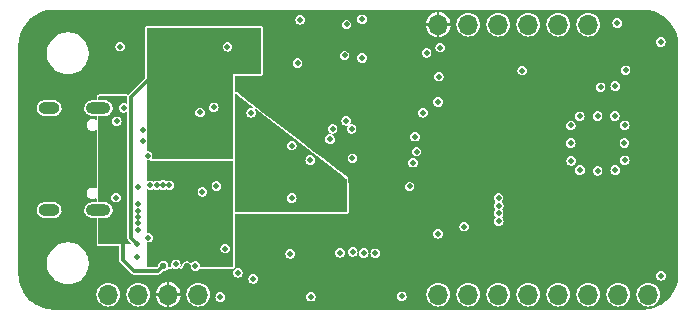
<source format=gbr>
%TF.GenerationSoftware,KiCad,Pcbnew,7.0.6*%
%TF.CreationDate,2023-10-17T01:06:07-04:00*%
%TF.ProjectId,tstick-5gw-pro-USB-V2-pcb,74737469-636b-42d3-9567-772d70726f2d,v0.0.2*%
%TF.SameCoordinates,Original*%
%TF.FileFunction,Copper,L3,Inr*%
%TF.FilePolarity,Positive*%
%FSLAX46Y46*%
G04 Gerber Fmt 4.6, Leading zero omitted, Abs format (unit mm)*
G04 Created by KiCad (PCBNEW 7.0.6) date 2023-10-17 01:06:07*
%MOMM*%
%LPD*%
G01*
G04 APERTURE LIST*
%TA.AperFunction,ComponentPad*%
%ADD10O,2.100000X1.000000*%
%TD*%
%TA.AperFunction,ComponentPad*%
%ADD11O,1.800000X1.000000*%
%TD*%
%TA.AperFunction,ComponentPad*%
%ADD12O,1.700000X1.700000*%
%TD*%
%TA.AperFunction,ViaPad*%
%ADD13C,0.558800*%
%TD*%
%TA.AperFunction,ViaPad*%
%ADD14C,0.508000*%
%TD*%
%TA.AperFunction,Conductor*%
%ADD15C,0.304800*%
%TD*%
G04 APERTURE END LIST*
D10*
%TO.N,GND*%
%TO.C,J1*%
X105815000Y-56130000D03*
D11*
X101635000Y-56130000D03*
D10*
X105815000Y-64770000D03*
D11*
X101635000Y-64770000D03*
%TD*%
D12*
%TO.N,+3V3*%
%TO.C,BOARDLAYOUT1*%
X134580000Y-49060000D03*
%TO.N,GND*%
X137120000Y-49060000D03*
%TO.N,/IO8*%
X139660000Y-49060000D03*
%TO.N,/IO7*%
X142200000Y-49060000D03*
%TO.N,/IO6*%
X144740000Y-49060000D03*
%TO.N,/EN*%
X147280000Y-49060000D03*
%TO.N,GND*%
X152360000Y-71920000D03*
%TO.N,/IO1*%
X149820000Y-71920000D03*
%TO.N,/IO2*%
X147280000Y-71920000D03*
%TO.N,/IO4*%
X144740000Y-71920000D03*
%TO.N,/IO5*%
X142200000Y-71920000D03*
%TO.N,/COPI*%
X139660000Y-71920000D03*
%TO.N,/SCK*%
X137120000Y-71920000D03*
%TO.N,/CIPO*%
X134580000Y-71920000D03*
%TO.N,GND*%
X114260000Y-71920000D03*
%TO.N,+3V3*%
X111720000Y-71920000D03*
%TO.N,/SDA*%
X109180000Y-71920000D03*
%TO.N,/SCL*%
X106640000Y-71920000D03*
%TD*%
D13*
%TO.N,+BATT*%
X117200000Y-49875000D03*
X110200000Y-53600000D03*
X113800000Y-55975000D03*
X115375000Y-57331700D03*
D14*
X109079300Y-67650700D03*
D13*
%TO.N,+1V8*%
X126075000Y-62975000D03*
X121825000Y-64525000D03*
X119225000Y-62750000D03*
X117675000Y-61625000D03*
X119329300Y-64190700D03*
X123875000Y-62575000D03*
X120978401Y-63750000D03*
X118728859Y-57250000D03*
%TO.N,+3V3*%
X134150000Y-61010000D03*
X152160000Y-50400000D03*
X119319300Y-67170700D03*
X150480000Y-48930000D03*
X119300000Y-65700000D03*
X126050000Y-57151250D03*
X120983646Y-68383646D03*
X132725000Y-54925000D03*
X123800000Y-67350000D03*
X113283630Y-69533269D03*
X134150000Y-57250000D03*
X131885000Y-51525000D03*
D14*
%TO.N,GND*%
X107310000Y-63710000D03*
X134750000Y-51000000D03*
X123749999Y-60524999D03*
X149540000Y-56790000D03*
X109133300Y-64274497D03*
X126820000Y-49050000D03*
X109133300Y-65350000D03*
X123790000Y-72095000D03*
X128140000Y-51880000D03*
X150375000Y-57575000D03*
X153450000Y-70325000D03*
X110750000Y-62675000D03*
X109100000Y-68750000D03*
X148078573Y-61430720D03*
X114615000Y-63210000D03*
X146580000Y-61375000D03*
X153430000Y-50530000D03*
X145850000Y-60590000D03*
X145800000Y-57600000D03*
X128140000Y-48610000D03*
X122670000Y-52320000D03*
X150350000Y-59075000D03*
X110199497Y-62675000D03*
X109133300Y-65900000D03*
X122050000Y-68470000D03*
X149580000Y-61375000D03*
X115805700Y-62730700D03*
X109975000Y-60150000D03*
X112369999Y-69365699D03*
X116740000Y-50930000D03*
X107670000Y-50920000D03*
X132162500Y-62762500D03*
X122175000Y-59300000D03*
X133300000Y-56528700D03*
X111819540Y-62656755D03*
X131490000Y-72060000D03*
X145800000Y-59090000D03*
X109200000Y-62850000D03*
X118750000Y-56528700D03*
X126800000Y-57198750D03*
X107362105Y-57250000D03*
X122178399Y-63746601D03*
X109133300Y-66435221D03*
X116549300Y-68020700D03*
X148080000Y-56800000D03*
X109133300Y-64825000D03*
X111269094Y-62648836D03*
X122910000Y-48650000D03*
X150375000Y-60550000D03*
X127250000Y-57875000D03*
X116125000Y-72125000D03*
X114027256Y-69500475D03*
X146575000Y-56825000D03*
X149750000Y-48925000D03*
X110050000Y-67100000D03*
%TO.N,/EN*%
X132450000Y-60750000D03*
X150450000Y-52925000D03*
D13*
%TO.N,VUSB*%
X111309999Y-69495699D03*
X107250000Y-58075000D03*
X107375000Y-62850000D03*
D14*
%TO.N,/SCL*%
X125640000Y-57890000D03*
X132625000Y-58550000D03*
X109550000Y-57975000D03*
X127325000Y-60375000D03*
X117607931Y-70065500D03*
%TO.N,/SDA*%
X118925000Y-70575000D03*
X125425000Y-58750000D03*
X109550000Y-58925000D03*
X132745650Y-59805650D03*
%TO.N,/THRM*%
X114423699Y-56498699D03*
X107950000Y-56100000D03*
%TO.N,/IO4*%
X149570000Y-54260000D03*
%TO.N,/IO5*%
X148330000Y-54370000D03*
%TO.N,/IO9*%
X126650000Y-51675000D03*
X134575000Y-55611300D03*
%TO.N,/IO17*%
X141700000Y-52950000D03*
X115570000Y-56070000D03*
%TO.N,/IO3*%
X134635000Y-53465000D03*
X133600000Y-51450000D03*
%TO.N,/SCK*%
X136790000Y-66160000D03*
%TO.N,/CIPO*%
X134568159Y-66765050D03*
%TO.N,/IO39*%
X139700000Y-65700000D03*
X129250000Y-68425000D03*
%TO.N,/IO40*%
X128275000Y-68400000D03*
X139700000Y-65036503D03*
%TO.N,/IO41*%
X127340000Y-68300000D03*
X139700000Y-64400000D03*
%TO.N,/IO42*%
X139690000Y-63725000D03*
X126270000Y-68380000D03*
%TO.N,SYS*%
X115550000Y-65025000D03*
X114500000Y-67775000D03*
X112451373Y-62579797D03*
X111349999Y-68555699D03*
%TD*%
D15*
%TO.N,+BATT*%
X108575000Y-67146400D02*
X109079300Y-67650700D01*
X110200000Y-53600000D02*
X108575000Y-55225000D01*
X108575000Y-55225000D02*
X108575000Y-67146400D01*
%TO.N,VUSB*%
X107375000Y-62850000D02*
X107868800Y-63343800D01*
X107868800Y-68993800D02*
X108800000Y-69925000D01*
X108800000Y-69925000D02*
X110880698Y-69925000D01*
X110880698Y-69925000D02*
X111309999Y-69495699D01*
X107868800Y-63343800D02*
X107868800Y-68993800D01*
%TD*%
%TA.AperFunction,Conductor*%
%TO.N,+BATT*%
G36*
X119609134Y-49350866D02*
G01*
X119620000Y-49377100D01*
X119620000Y-53202900D01*
X119609134Y-53229134D01*
X119582900Y-53240000D01*
X117220000Y-53240000D01*
X117220000Y-53240001D01*
X117220000Y-60402900D01*
X117209134Y-60429134D01*
X117182900Y-60440000D01*
X110344454Y-60440000D01*
X110318220Y-60429134D01*
X110307354Y-60402900D01*
X110311398Y-60386057D01*
X110366808Y-60277308D01*
X110366808Y-60277307D01*
X110366809Y-60277306D01*
X110386972Y-60150000D01*
X110366809Y-60022694D01*
X110366808Y-60022692D01*
X110366808Y-60022691D01*
X110308294Y-59907852D01*
X110308293Y-59907851D01*
X110308292Y-59907849D01*
X110217151Y-59816708D01*
X110217148Y-59816706D01*
X110217147Y-59816705D01*
X110102308Y-59758191D01*
X110102309Y-59758191D01*
X109975001Y-59738028D01*
X109975000Y-59738028D01*
X109970483Y-59738743D01*
X109962901Y-59739944D01*
X109935291Y-59733313D01*
X109920455Y-59709102D01*
X109920000Y-59703312D01*
X109920000Y-59104009D01*
X109924040Y-59087177D01*
X109941809Y-59052306D01*
X109961972Y-58925000D01*
X109941809Y-58797694D01*
X109941808Y-58797692D01*
X109941807Y-58797689D01*
X109924044Y-58762827D01*
X109920000Y-58745984D01*
X109920000Y-58154014D01*
X109924043Y-58137172D01*
X109941809Y-58102306D01*
X109961972Y-57975000D01*
X109941809Y-57847694D01*
X109941808Y-57847692D01*
X109941807Y-57847689D01*
X109924044Y-57812827D01*
X109920000Y-57795984D01*
X109920000Y-56498700D01*
X114011727Y-56498700D01*
X114031890Y-56626007D01*
X114090404Y-56740846D01*
X114090405Y-56740847D01*
X114090407Y-56740850D01*
X114181548Y-56831991D01*
X114181550Y-56831992D01*
X114181551Y-56831993D01*
X114296390Y-56890507D01*
X114296391Y-56890507D01*
X114296393Y-56890508D01*
X114385280Y-56904586D01*
X114423698Y-56910671D01*
X114423699Y-56910671D01*
X114423700Y-56910671D01*
X114447657Y-56906876D01*
X114551005Y-56890508D01*
X114665850Y-56831991D01*
X114756991Y-56740850D01*
X114815508Y-56626005D01*
X114835671Y-56498699D01*
X114815508Y-56371393D01*
X114815507Y-56371391D01*
X114815507Y-56371390D01*
X114756993Y-56256551D01*
X114756992Y-56256550D01*
X114756991Y-56256548D01*
X114665850Y-56165407D01*
X114665847Y-56165405D01*
X114665846Y-56165404D01*
X114551007Y-56106890D01*
X114551008Y-56106890D01*
X114423700Y-56086727D01*
X114423698Y-56086727D01*
X114296390Y-56106890D01*
X114181551Y-56165404D01*
X114090404Y-56256551D01*
X114031890Y-56371390D01*
X114011727Y-56498697D01*
X114011727Y-56498700D01*
X109920000Y-56498700D01*
X109920000Y-56070001D01*
X115158028Y-56070001D01*
X115178191Y-56197308D01*
X115236705Y-56312147D01*
X115236706Y-56312148D01*
X115236708Y-56312151D01*
X115327849Y-56403292D01*
X115327851Y-56403293D01*
X115327852Y-56403294D01*
X115442691Y-56461808D01*
X115442692Y-56461808D01*
X115442694Y-56461809D01*
X115531581Y-56475887D01*
X115569999Y-56481972D01*
X115570000Y-56481972D01*
X115570001Y-56481972D01*
X115593958Y-56478177D01*
X115697306Y-56461809D01*
X115812151Y-56403292D01*
X115903292Y-56312151D01*
X115961809Y-56197306D01*
X115981972Y-56070000D01*
X115961809Y-55942694D01*
X115961808Y-55942692D01*
X115961808Y-55942691D01*
X115903294Y-55827852D01*
X115903293Y-55827851D01*
X115903292Y-55827849D01*
X115812151Y-55736708D01*
X115812148Y-55736706D01*
X115812147Y-55736705D01*
X115697308Y-55678191D01*
X115697309Y-55678191D01*
X115570001Y-55658028D01*
X115569999Y-55658028D01*
X115442691Y-55678191D01*
X115327852Y-55736705D01*
X115236705Y-55827852D01*
X115178191Y-55942691D01*
X115158028Y-56069998D01*
X115158028Y-56070001D01*
X109920000Y-56070001D01*
X109920000Y-50930001D01*
X116328028Y-50930001D01*
X116348191Y-51057308D01*
X116406705Y-51172147D01*
X116406706Y-51172148D01*
X116406708Y-51172151D01*
X116497849Y-51263292D01*
X116497851Y-51263293D01*
X116497852Y-51263294D01*
X116612691Y-51321808D01*
X116612692Y-51321808D01*
X116612694Y-51321809D01*
X116701581Y-51335887D01*
X116739999Y-51341972D01*
X116740000Y-51341972D01*
X116740001Y-51341972D01*
X116763958Y-51338177D01*
X116867306Y-51321809D01*
X116982151Y-51263292D01*
X117073292Y-51172151D01*
X117131809Y-51057306D01*
X117151972Y-50930000D01*
X117131809Y-50802694D01*
X117131808Y-50802692D01*
X117131808Y-50802691D01*
X117073294Y-50687852D01*
X117073293Y-50687851D01*
X117073292Y-50687849D01*
X116982151Y-50596708D01*
X116982148Y-50596706D01*
X116982147Y-50596705D01*
X116867308Y-50538191D01*
X116867309Y-50538191D01*
X116740001Y-50518028D01*
X116739999Y-50518028D01*
X116612691Y-50538191D01*
X116497852Y-50596705D01*
X116406705Y-50687852D01*
X116348191Y-50802691D01*
X116328028Y-50929998D01*
X116328028Y-50930001D01*
X109920000Y-50930001D01*
X109920000Y-49377100D01*
X109930866Y-49350866D01*
X109957100Y-49340000D01*
X119582900Y-49340000D01*
X119609134Y-49350866D01*
G37*
%TD.AperFunction*%
%TD*%
%TA.AperFunction,Conductor*%
%TO.N,SYS*%
G36*
X110189630Y-60523582D02*
G01*
X110190052Y-60523034D01*
X110192950Y-60525257D01*
X110192951Y-60525259D01*
X110257797Y-60575016D01*
X110284031Y-60585882D01*
X110298927Y-60588844D01*
X110344446Y-60597899D01*
X110344451Y-60597899D01*
X110344454Y-60597900D01*
X110344456Y-60597900D01*
X117182900Y-60597900D01*
X117209134Y-60608766D01*
X117220000Y-60635000D01*
X117220000Y-69537900D01*
X117209134Y-69564134D01*
X117182900Y-69575000D01*
X114470863Y-69575000D01*
X114444629Y-69564134D01*
X114433763Y-69537900D01*
X114434220Y-69532096D01*
X114439228Y-69500476D01*
X114439228Y-69500473D01*
X114424934Y-69410224D01*
X114419065Y-69373169D01*
X114419064Y-69373167D01*
X114419064Y-69373166D01*
X114360550Y-69258327D01*
X114360549Y-69258326D01*
X114360548Y-69258324D01*
X114269407Y-69167183D01*
X114269404Y-69167181D01*
X114269403Y-69167180D01*
X114154564Y-69108666D01*
X114154565Y-69108666D01*
X114027257Y-69088503D01*
X114027255Y-69088503D01*
X113899947Y-69108666D01*
X113785108Y-69167180D01*
X113693961Y-69258327D01*
X113690626Y-69264873D01*
X113669033Y-69283312D01*
X113640725Y-69281082D01*
X113629533Y-69272322D01*
X113569640Y-69203202D01*
X113569639Y-69203201D01*
X113569637Y-69203199D01*
X113465060Y-69135992D01*
X113465057Y-69135990D01*
X113345789Y-69100969D01*
X113345785Y-69100969D01*
X113221475Y-69100969D01*
X113221470Y-69100969D01*
X113102203Y-69135990D01*
X113102202Y-69135990D01*
X113056079Y-69165632D01*
X112997623Y-69203199D01*
X112997622Y-69203199D01*
X112997619Y-69203202D01*
X112916219Y-69297143D01*
X112916215Y-69297150D01*
X112864575Y-69410224D01*
X112846885Y-69533266D01*
X112846885Y-69535922D01*
X112845950Y-69535922D01*
X112839765Y-69560139D01*
X112815342Y-69574623D01*
X112810069Y-69575000D01*
X112780571Y-69575000D01*
X112754337Y-69564134D01*
X112743471Y-69537900D01*
X112747515Y-69521057D01*
X112761807Y-69493007D01*
X112761807Y-69493006D01*
X112761808Y-69493005D01*
X112780788Y-69373166D01*
X112781971Y-69365700D01*
X112781971Y-69365697D01*
X112771114Y-69297150D01*
X112761808Y-69238393D01*
X112761807Y-69238391D01*
X112761807Y-69238390D01*
X112703293Y-69123551D01*
X112703292Y-69123550D01*
X112703291Y-69123548D01*
X112612150Y-69032407D01*
X112612147Y-69032405D01*
X112612146Y-69032404D01*
X112497307Y-68973890D01*
X112497308Y-68973890D01*
X112370000Y-68953727D01*
X112369998Y-68953727D01*
X112242690Y-68973890D01*
X112127851Y-69032404D01*
X112036704Y-69123551D01*
X111978190Y-69238390D01*
X111958027Y-69365697D01*
X111958027Y-69365700D01*
X111978190Y-69493007D01*
X111992483Y-69521057D01*
X111994711Y-69549364D01*
X111976270Y-69570956D01*
X111959427Y-69575000D01*
X111778158Y-69575000D01*
X111751924Y-69564134D01*
X111741058Y-69537900D01*
X111741436Y-69532620D01*
X111746744Y-69495702D01*
X111746744Y-69495696D01*
X111729053Y-69372654D01*
X111725876Y-69365697D01*
X111677412Y-69259577D01*
X111676326Y-69258324D01*
X111596009Y-69165632D01*
X111596008Y-69165631D01*
X111596006Y-69165629D01*
X111491429Y-69098422D01*
X111491426Y-69098420D01*
X111372158Y-69063399D01*
X111372154Y-69063399D01*
X111247844Y-69063399D01*
X111247839Y-69063399D01*
X111128572Y-69098420D01*
X111128571Y-69098420D01*
X111070108Y-69135992D01*
X111023992Y-69165629D01*
X111023991Y-69165629D01*
X111023988Y-69165632D01*
X110942588Y-69259573D01*
X110942584Y-69259580D01*
X110890944Y-69372654D01*
X110874173Y-69489299D01*
X110863685Y-69510252D01*
X110809806Y-69564133D01*
X110783573Y-69575000D01*
X109962080Y-69575000D01*
X109935846Y-69564134D01*
X109924980Y-69537920D01*
X109924745Y-69108666D01*
X109924149Y-68020701D01*
X116137328Y-68020701D01*
X116157491Y-68148008D01*
X116216005Y-68262847D01*
X116216006Y-68262848D01*
X116216008Y-68262851D01*
X116307149Y-68353992D01*
X116307151Y-68353993D01*
X116307152Y-68353994D01*
X116421991Y-68412508D01*
X116421992Y-68412508D01*
X116421994Y-68412509D01*
X116510881Y-68426587D01*
X116549299Y-68432672D01*
X116549300Y-68432672D01*
X116549301Y-68432672D01*
X116573258Y-68428877D01*
X116676606Y-68412509D01*
X116791451Y-68353992D01*
X116882592Y-68262851D01*
X116941109Y-68148006D01*
X116961272Y-68020700D01*
X116941109Y-67893394D01*
X116941108Y-67893392D01*
X116941108Y-67893391D01*
X116882594Y-67778552D01*
X116882593Y-67778551D01*
X116882592Y-67778549D01*
X116791451Y-67687408D01*
X116791448Y-67687406D01*
X116791447Y-67687405D01*
X116676608Y-67628891D01*
X116676609Y-67628891D01*
X116549301Y-67608728D01*
X116549299Y-67608728D01*
X116421991Y-67628891D01*
X116307152Y-67687405D01*
X116216005Y-67778552D01*
X116157491Y-67893391D01*
X116137328Y-68020698D01*
X116137328Y-68020701D01*
X109924149Y-68020701D01*
X109923883Y-67535450D01*
X109934734Y-67509216D01*
X109960962Y-67498335D01*
X109966781Y-67498791D01*
X110025809Y-67508140D01*
X110049999Y-67511972D01*
X110050000Y-67511972D01*
X110050001Y-67511972D01*
X110073958Y-67508177D01*
X110177306Y-67491809D01*
X110292151Y-67433292D01*
X110383292Y-67342151D01*
X110441809Y-67227306D01*
X110461972Y-67100000D01*
X110441809Y-66972694D01*
X110441808Y-66972692D01*
X110441808Y-66972691D01*
X110383294Y-66857852D01*
X110383293Y-66857851D01*
X110383292Y-66857849D01*
X110292151Y-66766708D01*
X110292148Y-66766706D01*
X110292147Y-66766705D01*
X110177308Y-66708191D01*
X110177309Y-66708191D01*
X110050001Y-66688028D01*
X110049997Y-66688028D01*
X109966309Y-66701282D01*
X109938699Y-66694653D01*
X109923863Y-66670442D01*
X109923407Y-66664672D01*
X109921515Y-63210001D01*
X114203028Y-63210001D01*
X114223191Y-63337308D01*
X114281705Y-63452147D01*
X114281706Y-63452148D01*
X114281708Y-63452151D01*
X114372849Y-63543292D01*
X114372851Y-63543293D01*
X114372852Y-63543294D01*
X114487691Y-63601808D01*
X114487692Y-63601808D01*
X114487694Y-63601809D01*
X114576581Y-63615887D01*
X114614999Y-63621972D01*
X114615000Y-63621972D01*
X114615001Y-63621972D01*
X114638958Y-63618177D01*
X114742306Y-63601809D01*
X114857151Y-63543292D01*
X114948292Y-63452151D01*
X115006809Y-63337306D01*
X115026972Y-63210000D01*
X115006809Y-63082694D01*
X115006808Y-63082692D01*
X115006808Y-63082691D01*
X114948294Y-62967852D01*
X114948293Y-62967851D01*
X114948292Y-62967849D01*
X114857151Y-62876708D01*
X114857148Y-62876706D01*
X114857147Y-62876705D01*
X114742308Y-62818191D01*
X114742309Y-62818191D01*
X114615001Y-62798028D01*
X114614999Y-62798028D01*
X114487691Y-62818191D01*
X114372852Y-62876705D01*
X114281705Y-62967852D01*
X114223191Y-63082691D01*
X114203028Y-63209998D01*
X114203028Y-63210001D01*
X109921515Y-63210001D01*
X109921428Y-63050550D01*
X109932280Y-63024314D01*
X109958508Y-63013433D01*
X109975371Y-63017477D01*
X110072188Y-63066808D01*
X110072189Y-63066808D01*
X110072191Y-63066809D01*
X110161078Y-63080887D01*
X110199496Y-63086972D01*
X110199497Y-63086972D01*
X110199498Y-63086972D01*
X110223455Y-63083177D01*
X110326803Y-63066809D01*
X110441648Y-63008292D01*
X110448514Y-63001425D01*
X110474746Y-62990558D01*
X110500979Y-63001422D01*
X110507849Y-63008292D01*
X110507851Y-63008293D01*
X110507852Y-63008294D01*
X110622691Y-63066808D01*
X110622692Y-63066808D01*
X110622694Y-63066809D01*
X110711581Y-63080887D01*
X110749999Y-63086972D01*
X110750000Y-63086972D01*
X110750001Y-63086972D01*
X110773958Y-63083177D01*
X110877306Y-63066809D01*
X110992151Y-63008292D01*
X111002168Y-62998274D01*
X111028398Y-62987409D01*
X111045243Y-62991453D01*
X111141785Y-63040644D01*
X111141786Y-63040644D01*
X111141788Y-63040645D01*
X111204327Y-63050550D01*
X111269093Y-63060808D01*
X111269094Y-63060808D01*
X111269095Y-63060808D01*
X111293052Y-63057013D01*
X111396400Y-63040645D01*
X111428451Y-63024314D01*
X111511242Y-62982130D01*
X111511242Y-62982129D01*
X111511245Y-62982128D01*
X111514122Y-62979250D01*
X111540353Y-62968382D01*
X111566588Y-62979246D01*
X111577389Y-62990047D01*
X111577391Y-62990048D01*
X111577392Y-62990049D01*
X111692231Y-63048563D01*
X111692232Y-63048563D01*
X111692234Y-63048564D01*
X111769541Y-63060808D01*
X111819539Y-63068727D01*
X111819540Y-63068727D01*
X111819541Y-63068727D01*
X111849436Y-63063992D01*
X111946846Y-63048564D01*
X112061691Y-62990047D01*
X112152832Y-62898906D01*
X112211349Y-62784061D01*
X112219800Y-62730701D01*
X115393728Y-62730701D01*
X115413891Y-62858008D01*
X115472405Y-62972847D01*
X115472406Y-62972848D01*
X115472408Y-62972851D01*
X115563549Y-63063992D01*
X115563551Y-63063993D01*
X115563552Y-63063994D01*
X115678391Y-63122508D01*
X115678392Y-63122508D01*
X115678394Y-63122509D01*
X115767281Y-63136587D01*
X115805699Y-63142672D01*
X115805700Y-63142672D01*
X115805701Y-63142672D01*
X115829658Y-63138877D01*
X115933006Y-63122509D01*
X116047851Y-63063992D01*
X116138992Y-62972851D01*
X116197509Y-62858006D01*
X116217672Y-62730700D01*
X116197509Y-62603394D01*
X116197508Y-62603392D01*
X116197508Y-62603391D01*
X116138994Y-62488552D01*
X116138993Y-62488551D01*
X116138992Y-62488549D01*
X116047851Y-62397408D01*
X116047848Y-62397406D01*
X116047847Y-62397405D01*
X115933008Y-62338891D01*
X115933009Y-62338891D01*
X115805701Y-62318728D01*
X115805699Y-62318728D01*
X115678391Y-62338891D01*
X115563552Y-62397405D01*
X115472405Y-62488552D01*
X115413891Y-62603391D01*
X115393728Y-62730698D01*
X115393728Y-62730701D01*
X112219800Y-62730701D01*
X112231512Y-62656755D01*
X112211349Y-62529449D01*
X112211348Y-62529447D01*
X112211348Y-62529446D01*
X112152834Y-62414607D01*
X112152833Y-62414606D01*
X112152832Y-62414604D01*
X112061691Y-62323463D01*
X112061688Y-62323461D01*
X112061687Y-62323460D01*
X111946848Y-62264946D01*
X111946849Y-62264946D01*
X111819541Y-62244783D01*
X111819539Y-62244783D01*
X111692231Y-62264946D01*
X111577389Y-62323462D01*
X111577386Y-62323464D01*
X111574507Y-62326343D01*
X111548272Y-62337207D01*
X111522043Y-62326342D01*
X111519161Y-62323460D01*
X111511245Y-62315544D01*
X111511242Y-62315542D01*
X111511241Y-62315541D01*
X111396402Y-62257027D01*
X111396403Y-62257027D01*
X111269095Y-62236864D01*
X111269093Y-62236864D01*
X111141785Y-62257027D01*
X111026944Y-62315542D01*
X111016925Y-62325561D01*
X110990690Y-62336426D01*
X110973849Y-62332382D01*
X110877308Y-62283191D01*
X110877309Y-62283191D01*
X110750001Y-62263028D01*
X110749999Y-62263028D01*
X110622691Y-62283191D01*
X110507849Y-62341707D01*
X110507847Y-62341708D01*
X110500980Y-62348575D01*
X110474746Y-62359440D01*
X110448516Y-62348575D01*
X110441647Y-62341707D01*
X110441645Y-62341706D01*
X110326805Y-62283191D01*
X110326806Y-62283191D01*
X110199498Y-62263028D01*
X110199496Y-62263028D01*
X110072188Y-62283191D01*
X109974960Y-62332732D01*
X109946652Y-62334960D01*
X109925061Y-62316519D01*
X109921017Y-62299699D01*
X109920085Y-60596727D01*
X109930936Y-60570493D01*
X109957164Y-60559612D01*
X109962980Y-60560068D01*
X109975000Y-60561972D01*
X109975001Y-60561972D01*
X109992407Y-60559215D01*
X110102306Y-60541809D01*
X110149278Y-60517874D01*
X110177582Y-60515646D01*
X110189630Y-60523582D01*
G37*
%TD.AperFunction*%
%TD*%
%TA.AperFunction,Conductor*%
%TO.N,+3V3*%
G36*
X151918666Y-47791424D02*
G01*
X152051813Y-47798402D01*
X152218779Y-47807779D01*
X152237407Y-47808826D01*
X152239255Y-47809023D01*
X152393847Y-47833508D01*
X152558389Y-47861465D01*
X152560065Y-47861832D01*
X152621132Y-47878194D01*
X152714893Y-47903318D01*
X152871722Y-47948499D01*
X152873211Y-47948998D01*
X153024383Y-48007027D01*
X153173788Y-48068913D01*
X153175097Y-48069516D01*
X153320132Y-48143415D01*
X153455427Y-48218191D01*
X153461014Y-48221279D01*
X153462144Y-48221957D01*
X153599070Y-48310878D01*
X153679367Y-48367852D01*
X153730082Y-48403836D01*
X153731021Y-48404549D01*
X153857771Y-48507189D01*
X153858452Y-48507768D01*
X153977824Y-48614445D01*
X153978565Y-48615145D01*
X154093953Y-48730533D01*
X154094656Y-48731277D01*
X154201325Y-48850640D01*
X154201909Y-48851327D01*
X154304549Y-48978076D01*
X154305262Y-48979016D01*
X154398220Y-49110027D01*
X154487141Y-49246954D01*
X154487819Y-49248084D01*
X154565688Y-49388976D01*
X154639575Y-49533987D01*
X154640185Y-49535310D01*
X154702077Y-49684729D01*
X154760093Y-49835868D01*
X154760600Y-49837381D01*
X154805779Y-49994197D01*
X154847266Y-50149033D01*
X154847637Y-50150727D01*
X154875594Y-50315269D01*
X154900073Y-50469828D01*
X154900272Y-50471690D01*
X154910698Y-50657306D01*
X154911191Y-50666705D01*
X154917675Y-50790433D01*
X154917700Y-50791383D01*
X154917700Y-70190416D01*
X154917675Y-70191367D01*
X154915375Y-70235257D01*
X154910709Y-70324282D01*
X154900272Y-70510108D01*
X154900073Y-70511970D01*
X154875594Y-70666530D01*
X154847637Y-70831071D01*
X154847266Y-70832765D01*
X154805779Y-70987602D01*
X154760600Y-71144418D01*
X154760093Y-71145930D01*
X154702077Y-71297070D01*
X154640185Y-71446488D01*
X154639575Y-71447811D01*
X154565688Y-71592823D01*
X154487819Y-71733714D01*
X154487141Y-71734844D01*
X154398220Y-71871772D01*
X154305262Y-72002782D01*
X154304549Y-72003722D01*
X154201909Y-72130471D01*
X154201325Y-72131158D01*
X154094668Y-72250508D01*
X154093953Y-72251265D01*
X153978565Y-72366653D01*
X153977808Y-72367368D01*
X153858458Y-72474025D01*
X153857771Y-72474609D01*
X153731022Y-72577249D01*
X153730082Y-72577962D01*
X153599072Y-72670920D01*
X153462144Y-72759841D01*
X153461014Y-72760519D01*
X153320123Y-72838388D01*
X153175111Y-72912275D01*
X153173788Y-72912885D01*
X153024370Y-72974777D01*
X152873230Y-73032793D01*
X152871718Y-73033300D01*
X152714902Y-73078479D01*
X152560065Y-73119966D01*
X152558371Y-73120337D01*
X152393830Y-73148294D01*
X152239270Y-73172773D01*
X152237408Y-73172972D01*
X152051582Y-73183409D01*
X151985938Y-73186849D01*
X151918666Y-73190375D01*
X151917717Y-73190400D01*
X102038683Y-73190400D01*
X102037733Y-73190375D01*
X101967213Y-73186679D01*
X101904817Y-73183409D01*
X101718990Y-73172972D01*
X101717128Y-73172773D01*
X101562569Y-73148294D01*
X101398027Y-73120337D01*
X101396333Y-73119966D01*
X101241497Y-73078479D01*
X101084681Y-73033300D01*
X101083168Y-73032793D01*
X100932029Y-72974777D01*
X100782610Y-72912885D01*
X100781287Y-72912275D01*
X100636276Y-72838388D01*
X100495384Y-72760519D01*
X100494254Y-72759841D01*
X100357327Y-72670920D01*
X100226316Y-72577962D01*
X100225376Y-72577249D01*
X100098627Y-72474609D01*
X100097940Y-72474025D01*
X100046767Y-72428294D01*
X99978577Y-72367356D01*
X99977833Y-72366653D01*
X99862445Y-72251265D01*
X99861745Y-72250524D01*
X99755068Y-72131152D01*
X99754489Y-72130471D01*
X99651849Y-72003721D01*
X99651136Y-72002782D01*
X99626237Y-71967691D01*
X99592402Y-71920004D01*
X105632247Y-71920004D01*
X105651610Y-72116602D01*
X105651610Y-72116603D01*
X105708955Y-72305641D01*
X105708958Y-72305650D01*
X105802084Y-72479878D01*
X105927411Y-72632589D01*
X106080122Y-72757916D01*
X106254350Y-72851042D01*
X106405843Y-72896997D01*
X106443397Y-72908389D01*
X106639996Y-72927753D01*
X106640000Y-72927753D01*
X106640004Y-72927753D01*
X106797282Y-72912261D01*
X106836603Y-72908389D01*
X107025650Y-72851042D01*
X107199878Y-72757916D01*
X107352589Y-72632589D01*
X107477916Y-72479878D01*
X107571042Y-72305650D01*
X107628389Y-72116603D01*
X107640101Y-71997691D01*
X107647753Y-71920004D01*
X108172247Y-71920004D01*
X108191610Y-72116602D01*
X108191610Y-72116603D01*
X108248955Y-72305641D01*
X108248958Y-72305650D01*
X108342084Y-72479878D01*
X108467411Y-72632589D01*
X108620122Y-72757916D01*
X108794350Y-72851042D01*
X108945843Y-72896997D01*
X108983397Y-72908389D01*
X109179996Y-72927753D01*
X109180000Y-72927753D01*
X109180004Y-72927753D01*
X109337282Y-72912261D01*
X109376603Y-72908389D01*
X109565650Y-72851042D01*
X109739878Y-72757916D01*
X109892589Y-72632589D01*
X110017916Y-72479878D01*
X110111042Y-72305650D01*
X110168389Y-72116603D01*
X110180101Y-71997691D01*
X110187753Y-71920004D01*
X110187753Y-71919995D01*
X110177786Y-71818799D01*
X110672474Y-71818799D01*
X110672475Y-71818800D01*
X111228606Y-71818800D01*
X111220000Y-71848111D01*
X111220000Y-71991889D01*
X111228606Y-72021200D01*
X110672475Y-72021200D01*
X110682826Y-72126305D01*
X110682826Y-72126306D01*
X110743002Y-72324676D01*
X110743007Y-72324688D01*
X110840726Y-72507507D01*
X110840729Y-72507512D01*
X110972239Y-72667758D01*
X110972241Y-72667760D01*
X111132487Y-72799270D01*
X111132492Y-72799273D01*
X111315311Y-72896992D01*
X111315323Y-72896997D01*
X111513693Y-72957173D01*
X111618799Y-72967524D01*
X111618799Y-72967523D01*
X111618799Y-72410591D01*
X111684237Y-72420000D01*
X111755763Y-72420000D01*
X111821200Y-72410591D01*
X111821200Y-72967524D01*
X111926305Y-72957173D01*
X111926306Y-72957173D01*
X112124676Y-72896997D01*
X112124688Y-72896992D01*
X112307507Y-72799273D01*
X112307512Y-72799270D01*
X112467758Y-72667760D01*
X112467760Y-72667758D01*
X112599270Y-72507512D01*
X112599273Y-72507507D01*
X112696992Y-72324688D01*
X112696997Y-72324676D01*
X112757173Y-72126306D01*
X112757173Y-72126305D01*
X112767525Y-72021200D01*
X112211394Y-72021200D01*
X112220000Y-71991889D01*
X112220000Y-71920004D01*
X113252247Y-71920004D01*
X113271610Y-72116602D01*
X113271610Y-72116603D01*
X113328955Y-72305641D01*
X113328958Y-72305650D01*
X113422084Y-72479878D01*
X113547411Y-72632589D01*
X113700122Y-72757916D01*
X113874350Y-72851042D01*
X114025843Y-72896997D01*
X114063397Y-72908389D01*
X114259996Y-72927753D01*
X114260000Y-72927753D01*
X114260004Y-72927753D01*
X114417282Y-72912261D01*
X114456603Y-72908389D01*
X114645650Y-72851042D01*
X114819878Y-72757916D01*
X114972589Y-72632589D01*
X115097916Y-72479878D01*
X115191042Y-72305650D01*
X115245841Y-72125001D01*
X115713028Y-72125001D01*
X115733191Y-72252308D01*
X115791705Y-72367147D01*
X115791706Y-72367148D01*
X115791708Y-72367151D01*
X115882849Y-72458292D01*
X115882851Y-72458293D01*
X115882852Y-72458294D01*
X115997691Y-72516808D01*
X115997692Y-72516808D01*
X115997694Y-72516809D01*
X116055264Y-72525927D01*
X116124999Y-72536972D01*
X116125000Y-72536972D01*
X116125001Y-72536972D01*
X116148958Y-72533177D01*
X116252306Y-72516809D01*
X116367151Y-72458292D01*
X116458292Y-72367151D01*
X116516809Y-72252306D01*
X116535998Y-72131152D01*
X116536972Y-72125001D01*
X116536972Y-72124998D01*
X116532221Y-72095001D01*
X123378028Y-72095001D01*
X123398191Y-72222308D01*
X123456705Y-72337147D01*
X123456706Y-72337148D01*
X123456708Y-72337151D01*
X123547849Y-72428292D01*
X123547851Y-72428293D01*
X123547852Y-72428294D01*
X123662691Y-72486808D01*
X123662692Y-72486808D01*
X123662694Y-72486809D01*
X123751581Y-72500887D01*
X123789999Y-72506972D01*
X123790000Y-72506972D01*
X123790001Y-72506972D01*
X123813958Y-72503177D01*
X123917306Y-72486809D01*
X124032151Y-72428292D01*
X124123292Y-72337151D01*
X124181809Y-72222306D01*
X124201972Y-72095000D01*
X124196429Y-72060001D01*
X131078028Y-72060001D01*
X131098191Y-72187308D01*
X131156705Y-72302147D01*
X131156706Y-72302148D01*
X131156708Y-72302151D01*
X131247849Y-72393292D01*
X131247851Y-72393293D01*
X131247852Y-72393294D01*
X131362691Y-72451808D01*
X131362692Y-72451808D01*
X131362694Y-72451809D01*
X131451581Y-72465887D01*
X131489999Y-72471972D01*
X131490000Y-72471972D01*
X131490001Y-72471972D01*
X131513958Y-72468177D01*
X131617306Y-72451809D01*
X131732151Y-72393292D01*
X131823292Y-72302151D01*
X131881809Y-72187306D01*
X131898177Y-72083958D01*
X131901972Y-72060001D01*
X131901972Y-72059998D01*
X131885177Y-71953962D01*
X131881809Y-71932694D01*
X131881808Y-71932692D01*
X131881808Y-71932691D01*
X131875344Y-71920004D01*
X133572247Y-71920004D01*
X133591610Y-72116602D01*
X133591610Y-72116603D01*
X133648955Y-72305641D01*
X133648958Y-72305650D01*
X133742084Y-72479878D01*
X133867411Y-72632589D01*
X134020122Y-72757916D01*
X134194350Y-72851042D01*
X134345843Y-72896997D01*
X134383397Y-72908389D01*
X134579996Y-72927753D01*
X134580000Y-72927753D01*
X134580004Y-72927753D01*
X134737282Y-72912261D01*
X134776603Y-72908389D01*
X134965650Y-72851042D01*
X135139878Y-72757916D01*
X135292589Y-72632589D01*
X135417916Y-72479878D01*
X135511042Y-72305650D01*
X135568389Y-72116603D01*
X135580101Y-71997691D01*
X135587753Y-71920004D01*
X136112247Y-71920004D01*
X136131610Y-72116602D01*
X136131610Y-72116603D01*
X136188955Y-72305641D01*
X136188958Y-72305650D01*
X136282084Y-72479878D01*
X136407411Y-72632589D01*
X136560122Y-72757916D01*
X136734350Y-72851042D01*
X136885843Y-72896997D01*
X136923397Y-72908389D01*
X137119996Y-72927753D01*
X137120000Y-72927753D01*
X137120004Y-72927753D01*
X137277282Y-72912261D01*
X137316603Y-72908389D01*
X137505650Y-72851042D01*
X137679878Y-72757916D01*
X137832589Y-72632589D01*
X137957916Y-72479878D01*
X138051042Y-72305650D01*
X138108389Y-72116603D01*
X138120101Y-71997691D01*
X138127753Y-71920004D01*
X138652247Y-71920004D01*
X138671610Y-72116602D01*
X138671610Y-72116603D01*
X138728955Y-72305641D01*
X138728958Y-72305650D01*
X138822084Y-72479878D01*
X138947411Y-72632589D01*
X139100122Y-72757916D01*
X139274350Y-72851042D01*
X139425843Y-72896997D01*
X139463397Y-72908389D01*
X139659996Y-72927753D01*
X139660000Y-72927753D01*
X139660004Y-72927753D01*
X139817282Y-72912261D01*
X139856603Y-72908389D01*
X140045650Y-72851042D01*
X140219878Y-72757916D01*
X140372589Y-72632589D01*
X140497916Y-72479878D01*
X140591042Y-72305650D01*
X140648389Y-72116603D01*
X140660101Y-71997691D01*
X140667753Y-71920004D01*
X141192247Y-71920004D01*
X141211610Y-72116602D01*
X141211610Y-72116603D01*
X141268955Y-72305641D01*
X141268958Y-72305650D01*
X141362084Y-72479878D01*
X141487411Y-72632589D01*
X141640122Y-72757916D01*
X141814350Y-72851042D01*
X141965843Y-72896997D01*
X142003397Y-72908389D01*
X142199996Y-72927753D01*
X142200000Y-72927753D01*
X142200004Y-72927753D01*
X142357282Y-72912261D01*
X142396603Y-72908389D01*
X142585650Y-72851042D01*
X142759878Y-72757916D01*
X142912589Y-72632589D01*
X143037916Y-72479878D01*
X143131042Y-72305650D01*
X143188389Y-72116603D01*
X143200101Y-71997691D01*
X143207753Y-71920004D01*
X143732247Y-71920004D01*
X143751610Y-72116602D01*
X143751610Y-72116603D01*
X143808955Y-72305641D01*
X143808958Y-72305650D01*
X143902084Y-72479878D01*
X144027411Y-72632589D01*
X144180122Y-72757916D01*
X144354350Y-72851042D01*
X144505843Y-72896997D01*
X144543397Y-72908389D01*
X144739996Y-72927753D01*
X144740000Y-72927753D01*
X144740004Y-72927753D01*
X144897282Y-72912261D01*
X144936603Y-72908389D01*
X145125650Y-72851042D01*
X145299878Y-72757916D01*
X145452589Y-72632589D01*
X145577916Y-72479878D01*
X145671042Y-72305650D01*
X145728389Y-72116603D01*
X145740101Y-71997691D01*
X145747753Y-71920004D01*
X146272247Y-71920004D01*
X146291610Y-72116602D01*
X146291610Y-72116603D01*
X146348955Y-72305641D01*
X146348958Y-72305650D01*
X146442084Y-72479878D01*
X146567411Y-72632589D01*
X146720122Y-72757916D01*
X146894350Y-72851042D01*
X147045843Y-72896997D01*
X147083397Y-72908389D01*
X147279996Y-72927753D01*
X147280000Y-72927753D01*
X147280004Y-72927753D01*
X147437282Y-72912261D01*
X147476603Y-72908389D01*
X147665650Y-72851042D01*
X147839878Y-72757916D01*
X147992589Y-72632589D01*
X148117916Y-72479878D01*
X148211042Y-72305650D01*
X148268389Y-72116603D01*
X148280101Y-71997691D01*
X148287753Y-71920004D01*
X148812247Y-71920004D01*
X148831610Y-72116602D01*
X148831610Y-72116603D01*
X148888955Y-72305641D01*
X148888958Y-72305650D01*
X148982084Y-72479878D01*
X149107411Y-72632589D01*
X149260122Y-72757916D01*
X149434350Y-72851042D01*
X149585843Y-72896997D01*
X149623397Y-72908389D01*
X149819996Y-72927753D01*
X149820000Y-72927753D01*
X149820004Y-72927753D01*
X149977282Y-72912261D01*
X150016603Y-72908389D01*
X150205650Y-72851042D01*
X150379878Y-72757916D01*
X150532589Y-72632589D01*
X150657916Y-72479878D01*
X150751042Y-72305650D01*
X150808389Y-72116603D01*
X150820101Y-71997691D01*
X150827753Y-71920004D01*
X151352247Y-71920004D01*
X151371610Y-72116602D01*
X151371610Y-72116603D01*
X151428955Y-72305641D01*
X151428958Y-72305650D01*
X151522084Y-72479878D01*
X151647411Y-72632589D01*
X151800122Y-72757916D01*
X151974350Y-72851042D01*
X152125843Y-72896997D01*
X152163397Y-72908389D01*
X152359996Y-72927753D01*
X152360000Y-72927753D01*
X152360004Y-72927753D01*
X152517282Y-72912261D01*
X152556603Y-72908389D01*
X152745650Y-72851042D01*
X152919878Y-72757916D01*
X153072589Y-72632589D01*
X153197916Y-72479878D01*
X153291042Y-72305650D01*
X153348389Y-72116603D01*
X153360101Y-71997691D01*
X153367753Y-71920004D01*
X153367753Y-71919995D01*
X153348389Y-71723397D01*
X153348389Y-71723396D01*
X153324563Y-71644856D01*
X153291042Y-71534350D01*
X153197916Y-71360122D01*
X153072589Y-71207411D01*
X152919878Y-71082084D01*
X152745650Y-70988958D01*
X152745643Y-70988955D01*
X152745641Y-70988955D01*
X152556602Y-70931610D01*
X152360004Y-70912247D01*
X152359996Y-70912247D01*
X152163397Y-70931610D01*
X152163396Y-70931610D01*
X151974358Y-70988955D01*
X151974352Y-70988957D01*
X151974350Y-70988958D01*
X151974347Y-70988959D01*
X151974346Y-70988960D01*
X151800125Y-71082082D01*
X151800120Y-71082085D01*
X151647412Y-71207410D01*
X151647410Y-71207412D01*
X151522085Y-71360120D01*
X151522082Y-71360125D01*
X151428960Y-71534346D01*
X151428955Y-71534358D01*
X151371610Y-71723396D01*
X151371610Y-71723397D01*
X151352247Y-71919995D01*
X151352247Y-71920004D01*
X150827753Y-71920004D01*
X150827753Y-71919995D01*
X150808389Y-71723397D01*
X150808389Y-71723396D01*
X150784563Y-71644856D01*
X150751042Y-71534350D01*
X150657916Y-71360122D01*
X150532589Y-71207411D01*
X150379878Y-71082084D01*
X150205650Y-70988958D01*
X150205643Y-70988955D01*
X150205641Y-70988955D01*
X150016602Y-70931610D01*
X149820004Y-70912247D01*
X149819996Y-70912247D01*
X149623397Y-70931610D01*
X149623396Y-70931610D01*
X149434358Y-70988955D01*
X149434352Y-70988957D01*
X149434350Y-70988958D01*
X149434347Y-70988959D01*
X149434346Y-70988960D01*
X149260125Y-71082082D01*
X149260120Y-71082085D01*
X149107412Y-71207410D01*
X149107410Y-71207412D01*
X148982085Y-71360120D01*
X148982082Y-71360125D01*
X148888960Y-71534346D01*
X148888955Y-71534358D01*
X148831610Y-71723396D01*
X148831610Y-71723397D01*
X148812247Y-71919995D01*
X148812247Y-71920004D01*
X148287753Y-71920004D01*
X148287753Y-71919995D01*
X148268389Y-71723397D01*
X148268389Y-71723396D01*
X148244563Y-71644856D01*
X148211042Y-71534350D01*
X148117916Y-71360122D01*
X147992589Y-71207411D01*
X147839878Y-71082084D01*
X147665650Y-70988958D01*
X147665643Y-70988955D01*
X147665641Y-70988955D01*
X147476602Y-70931610D01*
X147280004Y-70912247D01*
X147279996Y-70912247D01*
X147083397Y-70931610D01*
X147083396Y-70931610D01*
X146894358Y-70988955D01*
X146894352Y-70988957D01*
X146894350Y-70988958D01*
X146894347Y-70988959D01*
X146894346Y-70988960D01*
X146720125Y-71082082D01*
X146720120Y-71082085D01*
X146567412Y-71207410D01*
X146567410Y-71207412D01*
X146442085Y-71360120D01*
X146442082Y-71360125D01*
X146348960Y-71534346D01*
X146348955Y-71534358D01*
X146291610Y-71723396D01*
X146291610Y-71723397D01*
X146272247Y-71919995D01*
X146272247Y-71920004D01*
X145747753Y-71920004D01*
X145747753Y-71919995D01*
X145728389Y-71723397D01*
X145728389Y-71723396D01*
X145704563Y-71644856D01*
X145671042Y-71534350D01*
X145577916Y-71360122D01*
X145452589Y-71207411D01*
X145299878Y-71082084D01*
X145125650Y-70988958D01*
X145125643Y-70988955D01*
X145125641Y-70988955D01*
X144936602Y-70931610D01*
X144740004Y-70912247D01*
X144739996Y-70912247D01*
X144543397Y-70931610D01*
X144543396Y-70931610D01*
X144354358Y-70988955D01*
X144354352Y-70988957D01*
X144354350Y-70988958D01*
X144354347Y-70988959D01*
X144354346Y-70988960D01*
X144180125Y-71082082D01*
X144180120Y-71082085D01*
X144027412Y-71207410D01*
X144027410Y-71207412D01*
X143902085Y-71360120D01*
X143902082Y-71360125D01*
X143808960Y-71534346D01*
X143808955Y-71534358D01*
X143751610Y-71723396D01*
X143751610Y-71723397D01*
X143732247Y-71919995D01*
X143732247Y-71920004D01*
X143207753Y-71920004D01*
X143207753Y-71919995D01*
X143188389Y-71723397D01*
X143188389Y-71723396D01*
X143164563Y-71644856D01*
X143131042Y-71534350D01*
X143037916Y-71360122D01*
X142912589Y-71207411D01*
X142759878Y-71082084D01*
X142585650Y-70988958D01*
X142585643Y-70988955D01*
X142585641Y-70988955D01*
X142396602Y-70931610D01*
X142200004Y-70912247D01*
X142199996Y-70912247D01*
X142003397Y-70931610D01*
X142003396Y-70931610D01*
X141814358Y-70988955D01*
X141814352Y-70988957D01*
X141814350Y-70988958D01*
X141814347Y-70988959D01*
X141814346Y-70988960D01*
X141640125Y-71082082D01*
X141640120Y-71082085D01*
X141487412Y-71207410D01*
X141487410Y-71207412D01*
X141362085Y-71360120D01*
X141362082Y-71360125D01*
X141268960Y-71534346D01*
X141268955Y-71534358D01*
X141211610Y-71723396D01*
X141211610Y-71723397D01*
X141192247Y-71919995D01*
X141192247Y-71920004D01*
X140667753Y-71920004D01*
X140667753Y-71919995D01*
X140648389Y-71723397D01*
X140648389Y-71723396D01*
X140624563Y-71644856D01*
X140591042Y-71534350D01*
X140497916Y-71360122D01*
X140372589Y-71207411D01*
X140219878Y-71082084D01*
X140045650Y-70988958D01*
X140045643Y-70988955D01*
X140045641Y-70988955D01*
X139856602Y-70931610D01*
X139660004Y-70912247D01*
X139659996Y-70912247D01*
X139463397Y-70931610D01*
X139463396Y-70931610D01*
X139274358Y-70988955D01*
X139274352Y-70988957D01*
X139274350Y-70988958D01*
X139274347Y-70988959D01*
X139274346Y-70988960D01*
X139100125Y-71082082D01*
X139100120Y-71082085D01*
X138947412Y-71207410D01*
X138947410Y-71207412D01*
X138822085Y-71360120D01*
X138822082Y-71360125D01*
X138728960Y-71534346D01*
X138728955Y-71534358D01*
X138671610Y-71723396D01*
X138671610Y-71723397D01*
X138652247Y-71919995D01*
X138652247Y-71920004D01*
X138127753Y-71920004D01*
X138127753Y-71919995D01*
X138108389Y-71723397D01*
X138108389Y-71723396D01*
X138084563Y-71644856D01*
X138051042Y-71534350D01*
X137957916Y-71360122D01*
X137832589Y-71207411D01*
X137679878Y-71082084D01*
X137505650Y-70988958D01*
X137505643Y-70988955D01*
X137505641Y-70988955D01*
X137316602Y-70931610D01*
X137120004Y-70912247D01*
X137119996Y-70912247D01*
X136923397Y-70931610D01*
X136923396Y-70931610D01*
X136734358Y-70988955D01*
X136734352Y-70988957D01*
X136734350Y-70988958D01*
X136734347Y-70988959D01*
X136734346Y-70988960D01*
X136560125Y-71082082D01*
X136560120Y-71082085D01*
X136407412Y-71207410D01*
X136407410Y-71207412D01*
X136282085Y-71360120D01*
X136282082Y-71360125D01*
X136188960Y-71534346D01*
X136188955Y-71534358D01*
X136131610Y-71723396D01*
X136131610Y-71723397D01*
X136112247Y-71919995D01*
X136112247Y-71920004D01*
X135587753Y-71920004D01*
X135587753Y-71919995D01*
X135568389Y-71723397D01*
X135568389Y-71723396D01*
X135544563Y-71644856D01*
X135511042Y-71534350D01*
X135417916Y-71360122D01*
X135292589Y-71207411D01*
X135139878Y-71082084D01*
X134965650Y-70988958D01*
X134965643Y-70988955D01*
X134965641Y-70988955D01*
X134776602Y-70931610D01*
X134580004Y-70912247D01*
X134579996Y-70912247D01*
X134383397Y-70931610D01*
X134383396Y-70931610D01*
X134194358Y-70988955D01*
X134194352Y-70988957D01*
X134194350Y-70988958D01*
X134194347Y-70988959D01*
X134194346Y-70988960D01*
X134020125Y-71082082D01*
X134020120Y-71082085D01*
X133867412Y-71207410D01*
X133867410Y-71207412D01*
X133742085Y-71360120D01*
X133742082Y-71360125D01*
X133648960Y-71534346D01*
X133648955Y-71534358D01*
X133591610Y-71723396D01*
X133591610Y-71723397D01*
X133572247Y-71919995D01*
X133572247Y-71920004D01*
X131875344Y-71920004D01*
X131823294Y-71817852D01*
X131823293Y-71817851D01*
X131823292Y-71817849D01*
X131732151Y-71726708D01*
X131732148Y-71726706D01*
X131732147Y-71726705D01*
X131617308Y-71668191D01*
X131617309Y-71668191D01*
X131490001Y-71648028D01*
X131489999Y-71648028D01*
X131362691Y-71668191D01*
X131247852Y-71726705D01*
X131156705Y-71817852D01*
X131098191Y-71932691D01*
X131078028Y-72059998D01*
X131078028Y-72060001D01*
X124196429Y-72060001D01*
X124181809Y-71967694D01*
X124181808Y-71967692D01*
X124181808Y-71967691D01*
X124123294Y-71852852D01*
X124123293Y-71852851D01*
X124123292Y-71852849D01*
X124032151Y-71761708D01*
X124032148Y-71761706D01*
X124032147Y-71761705D01*
X123917308Y-71703191D01*
X123917309Y-71703191D01*
X123790001Y-71683028D01*
X123789999Y-71683028D01*
X123662691Y-71703191D01*
X123547852Y-71761705D01*
X123456705Y-71852852D01*
X123398191Y-71967691D01*
X123378028Y-72094998D01*
X123378028Y-72095001D01*
X116532221Y-72095001D01*
X116520532Y-72021200D01*
X116516809Y-71997694D01*
X116516808Y-71997692D01*
X116516808Y-71997691D01*
X116458294Y-71882852D01*
X116458293Y-71882851D01*
X116458292Y-71882849D01*
X116367151Y-71791708D01*
X116367148Y-71791706D01*
X116367147Y-71791705D01*
X116252308Y-71733191D01*
X116252309Y-71733191D01*
X116125001Y-71713028D01*
X116124999Y-71713028D01*
X115997691Y-71733191D01*
X115882852Y-71791705D01*
X115791705Y-71882852D01*
X115733191Y-71997691D01*
X115713028Y-72124998D01*
X115713028Y-72125001D01*
X115245841Y-72125001D01*
X115248389Y-72116603D01*
X115260101Y-71997691D01*
X115267753Y-71920004D01*
X115267753Y-71919995D01*
X115248389Y-71723397D01*
X115248389Y-71723396D01*
X115224563Y-71644856D01*
X115191042Y-71534350D01*
X115097916Y-71360122D01*
X114972589Y-71207411D01*
X114819878Y-71082084D01*
X114645650Y-70988958D01*
X114645643Y-70988955D01*
X114645641Y-70988955D01*
X114456602Y-70931610D01*
X114260004Y-70912247D01*
X114259996Y-70912247D01*
X114063397Y-70931610D01*
X114063396Y-70931610D01*
X113874358Y-70988955D01*
X113874352Y-70988957D01*
X113874350Y-70988958D01*
X113874347Y-70988959D01*
X113874346Y-70988960D01*
X113700125Y-71082082D01*
X113700120Y-71082085D01*
X113547412Y-71207410D01*
X113547410Y-71207412D01*
X113422085Y-71360120D01*
X113422082Y-71360125D01*
X113328960Y-71534346D01*
X113328955Y-71534358D01*
X113271610Y-71723396D01*
X113271610Y-71723397D01*
X113252247Y-71919995D01*
X113252247Y-71920004D01*
X112220000Y-71920004D01*
X112220000Y-71848111D01*
X112211394Y-71818800D01*
X112767525Y-71818800D01*
X112767525Y-71818799D01*
X112757173Y-71713694D01*
X112757173Y-71713693D01*
X112696997Y-71515323D01*
X112696992Y-71515311D01*
X112599273Y-71332492D01*
X112599270Y-71332487D01*
X112467760Y-71172241D01*
X112467758Y-71172239D01*
X112307512Y-71040729D01*
X112307507Y-71040726D01*
X112124688Y-70943007D01*
X112124676Y-70943002D01*
X111926305Y-70882826D01*
X111821200Y-70872474D01*
X111821200Y-71429408D01*
X111755763Y-71420000D01*
X111684237Y-71420000D01*
X111618800Y-71429408D01*
X111618800Y-70872475D01*
X111618799Y-70872474D01*
X111513694Y-70882826D01*
X111513693Y-70882826D01*
X111315323Y-70943002D01*
X111315311Y-70943007D01*
X111132492Y-71040726D01*
X111132487Y-71040729D01*
X110972241Y-71172239D01*
X110972239Y-71172241D01*
X110840729Y-71332487D01*
X110840726Y-71332492D01*
X110743007Y-71515311D01*
X110743002Y-71515323D01*
X110682826Y-71713693D01*
X110682826Y-71713694D01*
X110672474Y-71818799D01*
X110177786Y-71818799D01*
X110168389Y-71723397D01*
X110168389Y-71723396D01*
X110144563Y-71644856D01*
X110111042Y-71534350D01*
X110017916Y-71360122D01*
X109892589Y-71207411D01*
X109739878Y-71082084D01*
X109565650Y-70988958D01*
X109565643Y-70988955D01*
X109565641Y-70988955D01*
X109376602Y-70931610D01*
X109180004Y-70912247D01*
X109179996Y-70912247D01*
X108983397Y-70931610D01*
X108983396Y-70931610D01*
X108794358Y-70988955D01*
X108794352Y-70988957D01*
X108794350Y-70988958D01*
X108794347Y-70988959D01*
X108794346Y-70988960D01*
X108620125Y-71082082D01*
X108620120Y-71082085D01*
X108467412Y-71207410D01*
X108467410Y-71207412D01*
X108342085Y-71360120D01*
X108342082Y-71360125D01*
X108248960Y-71534346D01*
X108248955Y-71534358D01*
X108191610Y-71723396D01*
X108191610Y-71723397D01*
X108172247Y-71919995D01*
X108172247Y-71920004D01*
X107647753Y-71920004D01*
X107647753Y-71919995D01*
X107628389Y-71723397D01*
X107628389Y-71723396D01*
X107604563Y-71644856D01*
X107571042Y-71534350D01*
X107477916Y-71360122D01*
X107352589Y-71207411D01*
X107199878Y-71082084D01*
X107025650Y-70988958D01*
X107025643Y-70988955D01*
X107025641Y-70988955D01*
X106836602Y-70931610D01*
X106640004Y-70912247D01*
X106639996Y-70912247D01*
X106443397Y-70931610D01*
X106443396Y-70931610D01*
X106254358Y-70988955D01*
X106254352Y-70988957D01*
X106254350Y-70988958D01*
X106254347Y-70988959D01*
X106254346Y-70988960D01*
X106080125Y-71082082D01*
X106080120Y-71082085D01*
X105927412Y-71207410D01*
X105927410Y-71207412D01*
X105802085Y-71360120D01*
X105802082Y-71360125D01*
X105708960Y-71534346D01*
X105708955Y-71534358D01*
X105651610Y-71723396D01*
X105651610Y-71723397D01*
X105632247Y-71919995D01*
X105632247Y-71920004D01*
X99592402Y-71920004D01*
X99558178Y-71871770D01*
X99469257Y-71734844D01*
X99468579Y-71733714D01*
X99462877Y-71723397D01*
X99390711Y-71592823D01*
X99316816Y-71447797D01*
X99316213Y-71446488D01*
X99254322Y-71297070D01*
X99196298Y-71145911D01*
X99195799Y-71144422D01*
X99150614Y-70987579D01*
X99150451Y-70986972D01*
X99119772Y-70872474D01*
X99109132Y-70832765D01*
X99108765Y-70831089D01*
X99080801Y-70666506D01*
X99056323Y-70511955D01*
X99056126Y-70510107D01*
X99048650Y-70376990D01*
X99045690Y-70324282D01*
X99038724Y-70191366D01*
X99038700Y-70190417D01*
X99038700Y-69402681D01*
X101459500Y-69402681D01*
X101499050Y-69665079D01*
X101577262Y-69918641D01*
X101577265Y-69918647D01*
X101577266Y-69918650D01*
X101647985Y-70065500D01*
X101692400Y-70157728D01*
X101692400Y-70157730D01*
X101841882Y-70376979D01*
X101841891Y-70376990D01*
X102022368Y-70571499D01*
X102022372Y-70571503D01*
X102022377Y-70571508D01*
X102229845Y-70736958D01*
X102294088Y-70774049D01*
X102459642Y-70869632D01*
X102459657Y-70869640D01*
X102706666Y-70966584D01*
X102706665Y-70966584D01*
X102706671Y-70966585D01*
X102706673Y-70966586D01*
X102965381Y-71025635D01*
X102965383Y-71025635D01*
X102965387Y-71025636D01*
X102965385Y-71025636D01*
X103144570Y-71039063D01*
X103163745Y-71040500D01*
X103163746Y-71040500D01*
X103296254Y-71040500D01*
X103296255Y-71040500D01*
X103320025Y-71038718D01*
X103494613Y-71025636D01*
X103494616Y-71025635D01*
X103494619Y-71025635D01*
X103753327Y-70966586D01*
X103753330Y-70966584D01*
X103753333Y-70966584D01*
X103993119Y-70872475D01*
X104000345Y-70869639D01*
X104230155Y-70736958D01*
X104433243Y-70575001D01*
X118513028Y-70575001D01*
X118533191Y-70702308D01*
X118591705Y-70817147D01*
X118591706Y-70817148D01*
X118591708Y-70817151D01*
X118682849Y-70908292D01*
X118682851Y-70908293D01*
X118682852Y-70908294D01*
X118797691Y-70966808D01*
X118797692Y-70966808D01*
X118797694Y-70966809D01*
X118886581Y-70980887D01*
X118924999Y-70986972D01*
X118925000Y-70986972D01*
X118925001Y-70986972D01*
X118948958Y-70983177D01*
X119052306Y-70966809D01*
X119167151Y-70908292D01*
X119258292Y-70817151D01*
X119316809Y-70702306D01*
X119336972Y-70575000D01*
X119316809Y-70447694D01*
X119316808Y-70447692D01*
X119316808Y-70447691D01*
X119258294Y-70332852D01*
X119258293Y-70332851D01*
X119258292Y-70332849D01*
X119250444Y-70325001D01*
X153038028Y-70325001D01*
X153058191Y-70452308D01*
X153116705Y-70567147D01*
X153116706Y-70567148D01*
X153116708Y-70567151D01*
X153207849Y-70658292D01*
X153207851Y-70658293D01*
X153207852Y-70658294D01*
X153322691Y-70716808D01*
X153322692Y-70716808D01*
X153322694Y-70716809D01*
X153411581Y-70730887D01*
X153449999Y-70736972D01*
X153450000Y-70736972D01*
X153450001Y-70736972D01*
X153473958Y-70733177D01*
X153577306Y-70716809D01*
X153692151Y-70658292D01*
X153783292Y-70567151D01*
X153841809Y-70452306D01*
X153861972Y-70325000D01*
X153861858Y-70324282D01*
X153848780Y-70241708D01*
X153841809Y-70197694D01*
X153841808Y-70197692D01*
X153841808Y-70197691D01*
X153783294Y-70082852D01*
X153783293Y-70082851D01*
X153783292Y-70082849D01*
X153692151Y-69991708D01*
X153692148Y-69991706D01*
X153692147Y-69991705D01*
X153577308Y-69933191D01*
X153577309Y-69933191D01*
X153450001Y-69913028D01*
X153449999Y-69913028D01*
X153322691Y-69933191D01*
X153207852Y-69991705D01*
X153116705Y-70082852D01*
X153058191Y-70197691D01*
X153038028Y-70324998D01*
X153038028Y-70325001D01*
X119250444Y-70325001D01*
X119167151Y-70241708D01*
X119167148Y-70241706D01*
X119167147Y-70241705D01*
X119052308Y-70183191D01*
X119052309Y-70183191D01*
X118925001Y-70163028D01*
X118924999Y-70163028D01*
X118797691Y-70183191D01*
X118682852Y-70241705D01*
X118591705Y-70332852D01*
X118533191Y-70447691D01*
X118513028Y-70574998D01*
X118513028Y-70575001D01*
X104433243Y-70575001D01*
X104437623Y-70571508D01*
X104618114Y-70376984D01*
X104767598Y-70157733D01*
X104882734Y-69918650D01*
X104884648Y-69912447D01*
X104932439Y-69757508D01*
X104960950Y-69665078D01*
X105000500Y-69402681D01*
X105000500Y-69137319D01*
X104960950Y-68874922D01*
X104904468Y-68691809D01*
X104882737Y-68621358D01*
X104882735Y-68621355D01*
X104882734Y-68621350D01*
X104767599Y-68382270D01*
X104767599Y-68382269D01*
X104618117Y-68163020D01*
X104618108Y-68163009D01*
X104437631Y-67968500D01*
X104437626Y-67968496D01*
X104437623Y-67968492D01*
X104230155Y-67803042D01*
X104222749Y-67798766D01*
X104000357Y-67670367D01*
X104000342Y-67670359D01*
X103753333Y-67573415D01*
X103753334Y-67573415D01*
X103494612Y-67514363D01*
X103494614Y-67514363D01*
X103304996Y-67500155D01*
X103296255Y-67499500D01*
X103163745Y-67499500D01*
X103155003Y-67500155D01*
X102965386Y-67514363D01*
X102706666Y-67573415D01*
X102459657Y-67670359D01*
X102459642Y-67670367D01*
X102229854Y-67803036D01*
X102229838Y-67803047D01*
X102022382Y-67968487D01*
X102022368Y-67968500D01*
X101841891Y-68163009D01*
X101841882Y-68163020D01*
X101692400Y-68382268D01*
X101692400Y-68382270D01*
X101577266Y-68621350D01*
X101577262Y-68621358D01*
X101499050Y-68874920D01*
X101459500Y-69137318D01*
X101459500Y-69402681D01*
X99038700Y-69402681D01*
X99038700Y-64728677D01*
X100578210Y-64728677D01*
X100588568Y-64893318D01*
X100639542Y-65050198D01*
X100639543Y-65050201D01*
X100727934Y-65189482D01*
X100848185Y-65302405D01*
X100992741Y-65381876D01*
X100992745Y-65381877D01*
X101152511Y-65422898D01*
X101152514Y-65422898D01*
X101152520Y-65422900D01*
X101152523Y-65422900D01*
X102076082Y-65422900D01*
X102076081Y-65422899D01*
X102116349Y-65417812D01*
X102198656Y-65407415D01*
X102198656Y-65407414D01*
X102198660Y-65407414D01*
X102352037Y-65346688D01*
X102485493Y-65249726D01*
X102590643Y-65122622D01*
X102660880Y-64973361D01*
X102691790Y-64811322D01*
X102686590Y-64728677D01*
X104608210Y-64728677D01*
X104618568Y-64893318D01*
X104669542Y-65050198D01*
X104669543Y-65050201D01*
X104757934Y-65189482D01*
X104878185Y-65302405D01*
X105022741Y-65381876D01*
X105022745Y-65381877D01*
X105182511Y-65422898D01*
X105182514Y-65422898D01*
X105182520Y-65422900D01*
X105615000Y-65422900D01*
X105641234Y-65433766D01*
X105652100Y-65460000D01*
X105652099Y-67592897D01*
X105652100Y-67592907D01*
X105664116Y-67653316D01*
X105664118Y-67653323D01*
X105674987Y-67679564D01*
X105695595Y-67715257D01*
X105695596Y-67715258D01*
X105695597Y-67715259D01*
X105760443Y-67765016D01*
X105786677Y-67775882D01*
X105797356Y-67778006D01*
X105847092Y-67787899D01*
X105847097Y-67787899D01*
X105847100Y-67787900D01*
X107526400Y-67787900D01*
X107552634Y-67798766D01*
X107563500Y-67825000D01*
X107563500Y-68937945D01*
X107561577Y-68949734D01*
X107561190Y-68950887D01*
X107561189Y-68950891D01*
X107563480Y-69000411D01*
X107563500Y-69001268D01*
X107563500Y-69022090D01*
X107564567Y-69027808D01*
X107564863Y-69030358D01*
X107566461Y-69064905D01*
X107566461Y-69064907D01*
X107566462Y-69064909D01*
X107570415Y-69073862D01*
X107573468Y-69080778D01*
X107575996Y-69088941D01*
X107579185Y-69105998D01*
X107588198Y-69120553D01*
X107597399Y-69135413D01*
X107598595Y-69137683D01*
X107612566Y-69169325D01*
X107624832Y-69181591D01*
X107630141Y-69188294D01*
X107639273Y-69203042D01*
X107666875Y-69223887D01*
X107668815Y-69225575D01*
X108544626Y-70101385D01*
X108551599Y-70111075D01*
X108552143Y-70112168D01*
X108552144Y-70112169D01*
X108552145Y-70112171D01*
X108552147Y-70112172D01*
X108552148Y-70112174D01*
X108588781Y-70145569D01*
X108589401Y-70146161D01*
X108596763Y-70153522D01*
X108604124Y-70160883D01*
X108608917Y-70164167D01*
X108610925Y-70165756D01*
X108636496Y-70189067D01*
X108652674Y-70195334D01*
X108660237Y-70199321D01*
X108674546Y-70209124D01*
X108708218Y-70217043D01*
X108710670Y-70217802D01*
X108717203Y-70220333D01*
X108742925Y-70230299D01*
X108742930Y-70230300D01*
X108760275Y-70230300D01*
X108768768Y-70231284D01*
X108785657Y-70235257D01*
X108819918Y-70230477D01*
X108822481Y-70230300D01*
X110824844Y-70230300D01*
X110836633Y-70232223D01*
X110837788Y-70232610D01*
X110887318Y-70230319D01*
X110888167Y-70230300D01*
X110908985Y-70230300D01*
X110908987Y-70230300D01*
X110914712Y-70229229D01*
X110917250Y-70228935D01*
X110951807Y-70227338D01*
X110967678Y-70220329D01*
X110975835Y-70217803D01*
X110992895Y-70214615D01*
X111022323Y-70196392D01*
X111024569Y-70195209D01*
X111056223Y-70181234D01*
X111068492Y-70168963D01*
X111075190Y-70163658D01*
X111089940Y-70154527D01*
X111110786Y-70126920D01*
X111112470Y-70124986D01*
X111171956Y-70065501D01*
X117195959Y-70065501D01*
X117216122Y-70192808D01*
X117274636Y-70307647D01*
X117274637Y-70307648D01*
X117274639Y-70307651D01*
X117365780Y-70398792D01*
X117365782Y-70398793D01*
X117365783Y-70398794D01*
X117480622Y-70457308D01*
X117480623Y-70457308D01*
X117480625Y-70457309D01*
X117569512Y-70471387D01*
X117607930Y-70477472D01*
X117607931Y-70477472D01*
X117607932Y-70477472D01*
X117631889Y-70473677D01*
X117735237Y-70457309D01*
X117850082Y-70398792D01*
X117941223Y-70307651D01*
X117999740Y-70192806D01*
X118019903Y-70065500D01*
X117999740Y-69938194D01*
X117999739Y-69938192D01*
X117999739Y-69938191D01*
X117941225Y-69823352D01*
X117941224Y-69823351D01*
X117941223Y-69823349D01*
X117850082Y-69732208D01*
X117850079Y-69732206D01*
X117850078Y-69732205D01*
X117735239Y-69673691D01*
X117735240Y-69673691D01*
X117607932Y-69653528D01*
X117607930Y-69653528D01*
X117480622Y-69673691D01*
X117365782Y-69732206D01*
X117365778Y-69732208D01*
X117364744Y-69733243D01*
X117363840Y-69733616D01*
X117363421Y-69733922D01*
X117363347Y-69733821D01*
X117356814Y-69736526D01*
X117350468Y-69747519D01*
X117274637Y-69823350D01*
X117274637Y-69823351D01*
X117216122Y-69938191D01*
X117195959Y-70065498D01*
X117195959Y-70065501D01*
X111171956Y-70065501D01*
X111298594Y-69938865D01*
X111324827Y-69927999D01*
X111372152Y-69927999D01*
X111372154Y-69927999D01*
X111372156Y-69927998D01*
X111372158Y-69927998D01*
X111431791Y-69910487D01*
X111491429Y-69892976D01*
X111596006Y-69825769D01*
X111677412Y-69731821D01*
X111677412Y-69731818D01*
X111677542Y-69731670D01*
X111702934Y-69718960D01*
X111716349Y-69720462D01*
X111717737Y-69720883D01*
X111778150Y-69732899D01*
X111778155Y-69732899D01*
X111778158Y-69732900D01*
X111778160Y-69732900D01*
X111959423Y-69732900D01*
X111959427Y-69732900D01*
X111996291Y-69728536D01*
X112013134Y-69724492D01*
X112028979Y-69719799D01*
X112074479Y-69688526D01*
X112102252Y-69682623D01*
X112121723Y-69692866D01*
X112127848Y-69698991D01*
X112127850Y-69698992D01*
X112127851Y-69698993D01*
X112242690Y-69757507D01*
X112242691Y-69757507D01*
X112242693Y-69757508D01*
X112331580Y-69771586D01*
X112369998Y-69777671D01*
X112369999Y-69777671D01*
X112370000Y-69777671D01*
X112393957Y-69773876D01*
X112497305Y-69757508D01*
X112612150Y-69698991D01*
X112618404Y-69692736D01*
X112644636Y-69681869D01*
X112667223Y-69689536D01*
X112693911Y-69710015D01*
X112693915Y-69710017D01*
X112717352Y-69719724D01*
X112720148Y-69720882D01*
X112735044Y-69723844D01*
X112780563Y-69732899D01*
X112780568Y-69732899D01*
X112780571Y-69732900D01*
X112780573Y-69732900D01*
X112812888Y-69732900D01*
X112818519Y-69732699D01*
X112826603Y-69732121D01*
X112895886Y-69710436D01*
X112920309Y-69695952D01*
X112952721Y-69670472D01*
X112992754Y-69599212D01*
X112998939Y-69574995D01*
X112998938Y-69574994D01*
X113000780Y-69567786D01*
X113001628Y-69566517D01*
X113003178Y-69555737D01*
X113016878Y-69460440D01*
X113019850Y-69450318D01*
X113048199Y-69388244D01*
X113053902Y-69379368D01*
X113098591Y-69327792D01*
X113106571Y-69320879D01*
X113163986Y-69283980D01*
X113173588Y-69279594D01*
X113239055Y-69260371D01*
X113249507Y-69258869D01*
X113317750Y-69258869D01*
X113328201Y-69260371D01*
X113393669Y-69279594D01*
X113403272Y-69283979D01*
X113460686Y-69320876D01*
X113468662Y-69327787D01*
X113510201Y-69375725D01*
X113532211Y-69396663D01*
X113543403Y-69405423D01*
X113551280Y-69411205D01*
X113551281Y-69411205D01*
X113551282Y-69411206D01*
X113596187Y-69427111D01*
X113617288Y-69446112D01*
X113620444Y-69467884D01*
X113615284Y-69500471D01*
X113615284Y-69500476D01*
X113635447Y-69627783D01*
X113693961Y-69742622D01*
X113693962Y-69742623D01*
X113693964Y-69742626D01*
X113785105Y-69833767D01*
X113785107Y-69833768D01*
X113785108Y-69833769D01*
X113899947Y-69892283D01*
X113899948Y-69892283D01*
X113899950Y-69892284D01*
X113988837Y-69906362D01*
X114027255Y-69912447D01*
X114027256Y-69912447D01*
X114027257Y-69912447D01*
X114051214Y-69908652D01*
X114154562Y-69892284D01*
X114269407Y-69833767D01*
X114360548Y-69742626D01*
X114362819Y-69738167D01*
X114384407Y-69719724D01*
X114408599Y-69720672D01*
X114408696Y-69720353D01*
X114409918Y-69720723D01*
X114410073Y-69720730D01*
X114410440Y-69720882D01*
X114425336Y-69723844D01*
X114470855Y-69732899D01*
X114470860Y-69732899D01*
X114470863Y-69732900D01*
X114470865Y-69732900D01*
X117182898Y-69732900D01*
X117182900Y-69732900D01*
X117182902Y-69732899D01*
X117182907Y-69732899D01*
X117213111Y-69726890D01*
X117243323Y-69720882D01*
X117269557Y-69710016D01*
X117305259Y-69689403D01*
X117305260Y-69689400D01*
X117305683Y-69689157D01*
X117307557Y-69688910D01*
X117309081Y-69684421D01*
X117352541Y-69627783D01*
X117355015Y-69624559D01*
X117355017Y-69624555D01*
X117363862Y-69603200D01*
X117365882Y-69598323D01*
X117377900Y-69537900D01*
X117377900Y-68470001D01*
X121638028Y-68470001D01*
X121658191Y-68597308D01*
X121716705Y-68712147D01*
X121716706Y-68712148D01*
X121716708Y-68712151D01*
X121807849Y-68803292D01*
X121807851Y-68803293D01*
X121807852Y-68803294D01*
X121922691Y-68861808D01*
X121922692Y-68861808D01*
X121922694Y-68861809D01*
X122011581Y-68875887D01*
X122049999Y-68881972D01*
X122050000Y-68881972D01*
X122050001Y-68881972D01*
X122079460Y-68877306D01*
X122177306Y-68861809D01*
X122292151Y-68803292D01*
X122383292Y-68712151D01*
X122441809Y-68597306D01*
X122461972Y-68470000D01*
X122454844Y-68424998D01*
X122448077Y-68382268D01*
X122447718Y-68380001D01*
X125858028Y-68380001D01*
X125878191Y-68507308D01*
X125936705Y-68622147D01*
X125936706Y-68622148D01*
X125936708Y-68622151D01*
X126027849Y-68713292D01*
X126027851Y-68713293D01*
X126027852Y-68713294D01*
X126142691Y-68771808D01*
X126142692Y-68771808D01*
X126142694Y-68771809D01*
X126231581Y-68785887D01*
X126269999Y-68791972D01*
X126270000Y-68791972D01*
X126270001Y-68791972D01*
X126293958Y-68788177D01*
X126397306Y-68771809D01*
X126512151Y-68713292D01*
X126603292Y-68622151D01*
X126661809Y-68507306D01*
X126681612Y-68382271D01*
X126681972Y-68380001D01*
X126681972Y-68379998D01*
X126674382Y-68332082D01*
X126669301Y-68300001D01*
X126928028Y-68300001D01*
X126948191Y-68427308D01*
X127006705Y-68542147D01*
X127006706Y-68542148D01*
X127006708Y-68542151D01*
X127097849Y-68633292D01*
X127097851Y-68633293D01*
X127097852Y-68633294D01*
X127212691Y-68691808D01*
X127212692Y-68691808D01*
X127212694Y-68691809D01*
X127301581Y-68705887D01*
X127339999Y-68711972D01*
X127340000Y-68711972D01*
X127340001Y-68711972D01*
X127363958Y-68708177D01*
X127467306Y-68691809D01*
X127582151Y-68633292D01*
X127673292Y-68542151D01*
X127731809Y-68427306D01*
X127736134Y-68400001D01*
X127863028Y-68400001D01*
X127883191Y-68527308D01*
X127941705Y-68642147D01*
X127941706Y-68642148D01*
X127941708Y-68642151D01*
X128032849Y-68733292D01*
X128032851Y-68733293D01*
X128032852Y-68733294D01*
X128147691Y-68791808D01*
X128147692Y-68791808D01*
X128147694Y-68791809D01*
X128236581Y-68805887D01*
X128274999Y-68811972D01*
X128275000Y-68811972D01*
X128275001Y-68811972D01*
X128298958Y-68808177D01*
X128402306Y-68791809D01*
X128517151Y-68733292D01*
X128608292Y-68642151D01*
X128666809Y-68527306D01*
X128683012Y-68425001D01*
X128838028Y-68425001D01*
X128858191Y-68552308D01*
X128916705Y-68667147D01*
X128916706Y-68667148D01*
X128916708Y-68667151D01*
X129007849Y-68758292D01*
X129007851Y-68758293D01*
X129007852Y-68758294D01*
X129122691Y-68816808D01*
X129122692Y-68816808D01*
X129122694Y-68816809D01*
X129211581Y-68830887D01*
X129249999Y-68836972D01*
X129250000Y-68836972D01*
X129250001Y-68836972D01*
X129273958Y-68833177D01*
X129377306Y-68816809D01*
X129492151Y-68758292D01*
X129583292Y-68667151D01*
X129641809Y-68552306D01*
X129658177Y-68448958D01*
X129661972Y-68425001D01*
X129661972Y-68424998D01*
X129648936Y-68342694D01*
X129641809Y-68297694D01*
X129641808Y-68297692D01*
X129641808Y-68297691D01*
X129583294Y-68182852D01*
X129583293Y-68182851D01*
X129583292Y-68182849D01*
X129492151Y-68091708D01*
X129492148Y-68091706D01*
X129492147Y-68091705D01*
X129377308Y-68033191D01*
X129377309Y-68033191D01*
X129250001Y-68013028D01*
X129249999Y-68013028D01*
X129122691Y-68033191D01*
X129007852Y-68091705D01*
X128916705Y-68182852D01*
X128858191Y-68297691D01*
X128838028Y-68424998D01*
X128838028Y-68425001D01*
X128683012Y-68425001D01*
X128686972Y-68400000D01*
X128684163Y-68382267D01*
X128671134Y-68300001D01*
X128666809Y-68272694D01*
X128666808Y-68272692D01*
X128666808Y-68272691D01*
X128608294Y-68157852D01*
X128608293Y-68157851D01*
X128608292Y-68157849D01*
X128517151Y-68066708D01*
X128517148Y-68066706D01*
X128517147Y-68066705D01*
X128402308Y-68008191D01*
X128402309Y-68008191D01*
X128275001Y-67988028D01*
X128274999Y-67988028D01*
X128147691Y-68008191D01*
X128032852Y-68066705D01*
X127941705Y-68157852D01*
X127883191Y-68272691D01*
X127863028Y-68399998D01*
X127863028Y-68400001D01*
X127736134Y-68400001D01*
X127751972Y-68300000D01*
X127751606Y-68297691D01*
X127740545Y-68227852D01*
X127731809Y-68172694D01*
X127731808Y-68172692D01*
X127731808Y-68172691D01*
X127673294Y-68057852D01*
X127673293Y-68057851D01*
X127673292Y-68057849D01*
X127582151Y-67966708D01*
X127582148Y-67966706D01*
X127582147Y-67966705D01*
X127467308Y-67908191D01*
X127467309Y-67908191D01*
X127340001Y-67888028D01*
X127339999Y-67888028D01*
X127212691Y-67908191D01*
X127097852Y-67966705D01*
X127006705Y-68057852D01*
X126948191Y-68172691D01*
X126928028Y-68299998D01*
X126928028Y-68300001D01*
X126669301Y-68300001D01*
X126661809Y-68252694D01*
X126661808Y-68252692D01*
X126661808Y-68252691D01*
X126603294Y-68137852D01*
X126603293Y-68137851D01*
X126603292Y-68137849D01*
X126512151Y-68046708D01*
X126512148Y-68046706D01*
X126512147Y-68046705D01*
X126397308Y-67988191D01*
X126397309Y-67988191D01*
X126270001Y-67968028D01*
X126269999Y-67968028D01*
X126142691Y-67988191D01*
X126027852Y-68046705D01*
X125936705Y-68137852D01*
X125878191Y-68252691D01*
X125858028Y-68379998D01*
X125858028Y-68380001D01*
X122447718Y-68380001D01*
X122441809Y-68342694D01*
X122441808Y-68342692D01*
X122441808Y-68342691D01*
X122383294Y-68227852D01*
X122383293Y-68227851D01*
X122383292Y-68227849D01*
X122292151Y-68136708D01*
X122292148Y-68136706D01*
X122292147Y-68136705D01*
X122177308Y-68078191D01*
X122177309Y-68078191D01*
X122050001Y-68058028D01*
X122049999Y-68058028D01*
X121922691Y-68078191D01*
X121807852Y-68136705D01*
X121716705Y-68227852D01*
X121658191Y-68342691D01*
X121638028Y-68469998D01*
X121638028Y-68470001D01*
X117377900Y-68470001D01*
X117377899Y-66765051D01*
X134156187Y-66765051D01*
X134176350Y-66892358D01*
X134234864Y-67007197D01*
X134234865Y-67007198D01*
X134234867Y-67007201D01*
X134326008Y-67098342D01*
X134326010Y-67098343D01*
X134326011Y-67098344D01*
X134440850Y-67156858D01*
X134440851Y-67156858D01*
X134440853Y-67156859D01*
X134529740Y-67170937D01*
X134568158Y-67177022D01*
X134568159Y-67177022D01*
X134568160Y-67177022D01*
X134592117Y-67173227D01*
X134695465Y-67156859D01*
X134810310Y-67098342D01*
X134901451Y-67007201D01*
X134959968Y-66892356D01*
X134980131Y-66765050D01*
X134959968Y-66637744D01*
X134959967Y-66637742D01*
X134959967Y-66637741D01*
X134901453Y-66522902D01*
X134901452Y-66522901D01*
X134901451Y-66522899D01*
X134810310Y-66431758D01*
X134810307Y-66431756D01*
X134810306Y-66431755D01*
X134695467Y-66373241D01*
X134695468Y-66373241D01*
X134568160Y-66353078D01*
X134568158Y-66353078D01*
X134440850Y-66373241D01*
X134326011Y-66431755D01*
X134234864Y-66522902D01*
X134176350Y-66637741D01*
X134156187Y-66765048D01*
X134156187Y-66765051D01*
X117377899Y-66765051D01*
X117377899Y-66160001D01*
X136378028Y-66160001D01*
X136398191Y-66287308D01*
X136456705Y-66402147D01*
X136456706Y-66402148D01*
X136456708Y-66402151D01*
X136547849Y-66493292D01*
X136547851Y-66493293D01*
X136547852Y-66493294D01*
X136662691Y-66551808D01*
X136662692Y-66551808D01*
X136662694Y-66551809D01*
X136751581Y-66565887D01*
X136789999Y-66571972D01*
X136790000Y-66571972D01*
X136790001Y-66571972D01*
X136813958Y-66568177D01*
X136917306Y-66551809D01*
X137032151Y-66493292D01*
X137123292Y-66402151D01*
X137181809Y-66287306D01*
X137201972Y-66160000D01*
X137181809Y-66032694D01*
X137181808Y-66032692D01*
X137181808Y-66032691D01*
X137123294Y-65917852D01*
X137123293Y-65917851D01*
X137123292Y-65917849D01*
X137032151Y-65826708D01*
X137032148Y-65826706D01*
X137032147Y-65826705D01*
X136917308Y-65768191D01*
X136917309Y-65768191D01*
X136790001Y-65748028D01*
X136789999Y-65748028D01*
X136662691Y-65768191D01*
X136547852Y-65826705D01*
X136456705Y-65917852D01*
X136398191Y-66032691D01*
X136378028Y-66159998D01*
X136378028Y-66160001D01*
X117377899Y-66160001D01*
X117377899Y-65095493D01*
X117388766Y-65069259D01*
X117414999Y-65058393D01*
X126812449Y-65082802D01*
X126812451Y-65082801D01*
X126812452Y-65082802D01*
X126813061Y-65082801D01*
X126813266Y-65082801D01*
X126874625Y-65070235D01*
X126874626Y-65070234D01*
X126874628Y-65070234D01*
X126900752Y-65059138D01*
X126900753Y-65059137D01*
X126900761Y-65059134D01*
X126936268Y-65038209D01*
X126985116Y-64973361D01*
X126985444Y-64972926D01*
X126996077Y-64946594D01*
X127003170Y-64909197D01*
X127007558Y-64886061D01*
X126997192Y-63725001D01*
X139278028Y-63725001D01*
X139298191Y-63852308D01*
X139356705Y-63967147D01*
X139356706Y-63967148D01*
X139356708Y-63967151D01*
X139430823Y-64041266D01*
X139441689Y-64067499D01*
X139430823Y-64093732D01*
X139366706Y-64157849D01*
X139366706Y-64157851D01*
X139308191Y-64272691D01*
X139288028Y-64399998D01*
X139288028Y-64400001D01*
X139308191Y-64527308D01*
X139366706Y-64642148D01*
X139366706Y-64642149D01*
X139416574Y-64692018D01*
X139427440Y-64718251D01*
X139416574Y-64744484D01*
X139366707Y-64794352D01*
X139366706Y-64794354D01*
X139308191Y-64909194D01*
X139288028Y-65036501D01*
X139288028Y-65036504D01*
X139308191Y-65163811D01*
X139366706Y-65278651D01*
X139366706Y-65278652D01*
X139430071Y-65342018D01*
X139440937Y-65368251D01*
X139430071Y-65394484D01*
X139366706Y-65457849D01*
X139366706Y-65457851D01*
X139308191Y-65572691D01*
X139288028Y-65699998D01*
X139288028Y-65700001D01*
X139308191Y-65827308D01*
X139366705Y-65942147D01*
X139366706Y-65942148D01*
X139366708Y-65942151D01*
X139457849Y-66033292D01*
X139457851Y-66033293D01*
X139457852Y-66033294D01*
X139572691Y-66091808D01*
X139572692Y-66091808D01*
X139572694Y-66091809D01*
X139661581Y-66105887D01*
X139699999Y-66111972D01*
X139700000Y-66111972D01*
X139700001Y-66111972D01*
X139723958Y-66108177D01*
X139827306Y-66091809D01*
X139942151Y-66033292D01*
X140033292Y-65942151D01*
X140091809Y-65827306D01*
X140111972Y-65700000D01*
X140091809Y-65572694D01*
X140091808Y-65572692D01*
X140091808Y-65572691D01*
X140033294Y-65457852D01*
X140033293Y-65457851D01*
X140033292Y-65457849D01*
X139969926Y-65394483D01*
X139959061Y-65368251D01*
X139969927Y-65342018D01*
X140033292Y-65278654D01*
X140091809Y-65163809D01*
X140109674Y-65051014D01*
X140111972Y-65036504D01*
X140111972Y-65036501D01*
X140101971Y-64973358D01*
X140091809Y-64909197D01*
X140091808Y-64909195D01*
X140091808Y-64909194D01*
X140033293Y-64794354D01*
X140033293Y-64794353D01*
X139983424Y-64744483D01*
X139972558Y-64718250D01*
X139983424Y-64692018D01*
X140033292Y-64642151D01*
X140091809Y-64527306D01*
X140111972Y-64400000D01*
X140091809Y-64272694D01*
X140091808Y-64272692D01*
X140091808Y-64272691D01*
X140033294Y-64157852D01*
X140033293Y-64157851D01*
X140033292Y-64157849D01*
X139959175Y-64083732D01*
X139948310Y-64057500D01*
X139959175Y-64031267D01*
X140023292Y-63967151D01*
X140081809Y-63852306D01*
X140101972Y-63725000D01*
X140081809Y-63597694D01*
X140081808Y-63597692D01*
X140081808Y-63597691D01*
X140023294Y-63482852D01*
X140023293Y-63482851D01*
X140023292Y-63482849D01*
X139932151Y-63391708D01*
X139932148Y-63391706D01*
X139932147Y-63391705D01*
X139817308Y-63333191D01*
X139817309Y-63333191D01*
X139690001Y-63313028D01*
X139689999Y-63313028D01*
X139562691Y-63333191D01*
X139447852Y-63391705D01*
X139356705Y-63482852D01*
X139298191Y-63597691D01*
X139278028Y-63724998D01*
X139278028Y-63725001D01*
X126997192Y-63725001D01*
X126988598Y-62762501D01*
X131750528Y-62762501D01*
X131770691Y-62889808D01*
X131829205Y-63004647D01*
X131829206Y-63004648D01*
X131829208Y-63004651D01*
X131920349Y-63095792D01*
X131920351Y-63095793D01*
X131920352Y-63095794D01*
X132035191Y-63154308D01*
X132035192Y-63154308D01*
X132035194Y-63154309D01*
X132124081Y-63168387D01*
X132162499Y-63174472D01*
X132162500Y-63174472D01*
X132162501Y-63174472D01*
X132186458Y-63170677D01*
X132289806Y-63154309D01*
X132404651Y-63095792D01*
X132495792Y-63004651D01*
X132554309Y-62889806D01*
X132574472Y-62762500D01*
X132554309Y-62635194D01*
X132554308Y-62635192D01*
X132554308Y-62635191D01*
X132495794Y-62520352D01*
X132495793Y-62520351D01*
X132495792Y-62520349D01*
X132404651Y-62429208D01*
X132404648Y-62429206D01*
X132404647Y-62429205D01*
X132289808Y-62370691D01*
X132289809Y-62370691D01*
X132162501Y-62350528D01*
X132162499Y-62350528D01*
X132035191Y-62370691D01*
X131920352Y-62429205D01*
X131829205Y-62520352D01*
X131770691Y-62635191D01*
X131750528Y-62762498D01*
X131750528Y-62762501D01*
X126988598Y-62762501D01*
X126983033Y-62139268D01*
X126982840Y-62134417D01*
X126982350Y-62127459D01*
X126961533Y-62059526D01*
X126947319Y-62034945D01*
X126906664Y-61988650D01*
X126105800Y-61375001D01*
X146168028Y-61375001D01*
X146188191Y-61502308D01*
X146246705Y-61617147D01*
X146246706Y-61617148D01*
X146246708Y-61617151D01*
X146337849Y-61708292D01*
X146337851Y-61708293D01*
X146337852Y-61708294D01*
X146452691Y-61766808D01*
X146452692Y-61766808D01*
X146452694Y-61766809D01*
X146541581Y-61780887D01*
X146579999Y-61786972D01*
X146580000Y-61786972D01*
X146580001Y-61786972D01*
X146603958Y-61783177D01*
X146707306Y-61766809D01*
X146822151Y-61708292D01*
X146913292Y-61617151D01*
X146971809Y-61502306D01*
X146983147Y-61430721D01*
X147666601Y-61430721D01*
X147686764Y-61558028D01*
X147745278Y-61672867D01*
X147745279Y-61672868D01*
X147745281Y-61672871D01*
X147836422Y-61764012D01*
X147836424Y-61764013D01*
X147836425Y-61764014D01*
X147951264Y-61822528D01*
X147951265Y-61822528D01*
X147951267Y-61822529D01*
X148040154Y-61836607D01*
X148078572Y-61842692D01*
X148078573Y-61842692D01*
X148078574Y-61842692D01*
X148102531Y-61838897D01*
X148205879Y-61822529D01*
X148320724Y-61764012D01*
X148411865Y-61672871D01*
X148470382Y-61558026D01*
X148490545Y-61430720D01*
X148481720Y-61375001D01*
X149168028Y-61375001D01*
X149188191Y-61502308D01*
X149246705Y-61617147D01*
X149246706Y-61617148D01*
X149246708Y-61617151D01*
X149337849Y-61708292D01*
X149337851Y-61708293D01*
X149337852Y-61708294D01*
X149452691Y-61766808D01*
X149452692Y-61766808D01*
X149452694Y-61766809D01*
X149541581Y-61780887D01*
X149579999Y-61786972D01*
X149580000Y-61786972D01*
X149580001Y-61786972D01*
X149603958Y-61783177D01*
X149707306Y-61766809D01*
X149822151Y-61708292D01*
X149913292Y-61617151D01*
X149971809Y-61502306D01*
X149991972Y-61375000D01*
X149971809Y-61247694D01*
X149971808Y-61247692D01*
X149971808Y-61247691D01*
X149913294Y-61132852D01*
X149913293Y-61132851D01*
X149913292Y-61132849D01*
X149822151Y-61041708D01*
X149822148Y-61041706D01*
X149822147Y-61041705D01*
X149707308Y-60983191D01*
X149707309Y-60983191D01*
X149580001Y-60963028D01*
X149579999Y-60963028D01*
X149452691Y-60983191D01*
X149337852Y-61041705D01*
X149246705Y-61132852D01*
X149188191Y-61247691D01*
X149168028Y-61374998D01*
X149168028Y-61375001D01*
X148481720Y-61375001D01*
X148470382Y-61303414D01*
X148470381Y-61303412D01*
X148470381Y-61303411D01*
X148411867Y-61188572D01*
X148411866Y-61188571D01*
X148411865Y-61188569D01*
X148320724Y-61097428D01*
X148320721Y-61097426D01*
X148320720Y-61097425D01*
X148205881Y-61038911D01*
X148205882Y-61038911D01*
X148078574Y-61018748D01*
X148078572Y-61018748D01*
X147951264Y-61038911D01*
X147836425Y-61097425D01*
X147745278Y-61188572D01*
X147686764Y-61303411D01*
X147666601Y-61430718D01*
X147666601Y-61430721D01*
X146983147Y-61430721D01*
X146991972Y-61375000D01*
X146971809Y-61247694D01*
X146971808Y-61247692D01*
X146971808Y-61247691D01*
X146913294Y-61132852D01*
X146913293Y-61132851D01*
X146913292Y-61132849D01*
X146822151Y-61041708D01*
X146822148Y-61041706D01*
X146822147Y-61041705D01*
X146707308Y-60983191D01*
X146707309Y-60983191D01*
X146580001Y-60963028D01*
X146579999Y-60963028D01*
X146452691Y-60983191D01*
X146337852Y-61041705D01*
X146246705Y-61132852D01*
X146188191Y-61247691D01*
X146168028Y-61374998D01*
X146168028Y-61375001D01*
X126105800Y-61375001D01*
X124800715Y-60375001D01*
X126913028Y-60375001D01*
X126933191Y-60502308D01*
X126991705Y-60617147D01*
X126991706Y-60617148D01*
X126991708Y-60617151D01*
X127082849Y-60708292D01*
X127082851Y-60708293D01*
X127082852Y-60708294D01*
X127197691Y-60766808D01*
X127197692Y-60766808D01*
X127197694Y-60766809D01*
X127286581Y-60780887D01*
X127324999Y-60786972D01*
X127325000Y-60786972D01*
X127325001Y-60786972D01*
X127348958Y-60783177D01*
X127452306Y-60766809D01*
X127485293Y-60750001D01*
X132038028Y-60750001D01*
X132058191Y-60877308D01*
X132116705Y-60992147D01*
X132116706Y-60992148D01*
X132116708Y-60992151D01*
X132207849Y-61083292D01*
X132207851Y-61083293D01*
X132207852Y-61083294D01*
X132322691Y-61141808D01*
X132322692Y-61141808D01*
X132322694Y-61141809D01*
X132411581Y-61155887D01*
X132449999Y-61161972D01*
X132450000Y-61161972D01*
X132450001Y-61161972D01*
X132473958Y-61158177D01*
X132577306Y-61141809D01*
X132692151Y-61083292D01*
X132783292Y-60992151D01*
X132841809Y-60877306D01*
X132861972Y-60750000D01*
X132841809Y-60622694D01*
X132841808Y-60622692D01*
X132841808Y-60622691D01*
X132825151Y-60590001D01*
X145438028Y-60590001D01*
X145458191Y-60717308D01*
X145516705Y-60832147D01*
X145516706Y-60832148D01*
X145516708Y-60832151D01*
X145607849Y-60923292D01*
X145607851Y-60923293D01*
X145607852Y-60923294D01*
X145722691Y-60981808D01*
X145722692Y-60981808D01*
X145722694Y-60981809D01*
X145787967Y-60992147D01*
X145849999Y-61001972D01*
X145850000Y-61001972D01*
X145850001Y-61001972D01*
X145873958Y-60998177D01*
X145977306Y-60981809D01*
X146092151Y-60923292D01*
X146183292Y-60832151D01*
X146241809Y-60717306D01*
X146261972Y-60590000D01*
X146255637Y-60550001D01*
X149963028Y-60550001D01*
X149983191Y-60677308D01*
X150041705Y-60792147D01*
X150041706Y-60792148D01*
X150041708Y-60792151D01*
X150132849Y-60883292D01*
X150132851Y-60883293D01*
X150132852Y-60883294D01*
X150247691Y-60941808D01*
X150247692Y-60941808D01*
X150247694Y-60941809D01*
X150336581Y-60955887D01*
X150374999Y-60961972D01*
X150375000Y-60961972D01*
X150375001Y-60961972D01*
X150398958Y-60958177D01*
X150502306Y-60941809D01*
X150617151Y-60883292D01*
X150708292Y-60792151D01*
X150766809Y-60677306D01*
X150786972Y-60550000D01*
X150766809Y-60422694D01*
X150766808Y-60422692D01*
X150766808Y-60422691D01*
X150708294Y-60307852D01*
X150708293Y-60307851D01*
X150708292Y-60307849D01*
X150617151Y-60216708D01*
X150617148Y-60216706D01*
X150617147Y-60216705D01*
X150502308Y-60158191D01*
X150502309Y-60158191D01*
X150375001Y-60138028D01*
X150374999Y-60138028D01*
X150247691Y-60158191D01*
X150132852Y-60216705D01*
X150041705Y-60307852D01*
X149983191Y-60422691D01*
X149963028Y-60549998D01*
X149963028Y-60550001D01*
X146255637Y-60550001D01*
X146241809Y-60462694D01*
X146241808Y-60462692D01*
X146241808Y-60462691D01*
X146183294Y-60347852D01*
X146183293Y-60347851D01*
X146183292Y-60347849D01*
X146092151Y-60256708D01*
X146092148Y-60256706D01*
X146092147Y-60256705D01*
X145977308Y-60198191D01*
X145977309Y-60198191D01*
X145850001Y-60178028D01*
X145849999Y-60178028D01*
X145722691Y-60198191D01*
X145607852Y-60256705D01*
X145516705Y-60347852D01*
X145458191Y-60462691D01*
X145438028Y-60589998D01*
X145438028Y-60590001D01*
X132825151Y-60590001D01*
X132783294Y-60507852D01*
X132783293Y-60507851D01*
X132783292Y-60507849D01*
X132692151Y-60416708D01*
X132692148Y-60416706D01*
X132692147Y-60416705D01*
X132577308Y-60358191D01*
X132577309Y-60358191D01*
X132450001Y-60338028D01*
X132449999Y-60338028D01*
X132322691Y-60358191D01*
X132207852Y-60416705D01*
X132116705Y-60507852D01*
X132058191Y-60622691D01*
X132038028Y-60749998D01*
X132038028Y-60750001D01*
X127485293Y-60750001D01*
X127567151Y-60708292D01*
X127658292Y-60617151D01*
X127716809Y-60502306D01*
X127736972Y-60375000D01*
X127716809Y-60247694D01*
X127716808Y-60247692D01*
X127716808Y-60247691D01*
X127658294Y-60132852D01*
X127658293Y-60132851D01*
X127658292Y-60132849D01*
X127567151Y-60041708D01*
X127567148Y-60041706D01*
X127567147Y-60041705D01*
X127452308Y-59983191D01*
X127452309Y-59983191D01*
X127325001Y-59963028D01*
X127324999Y-59963028D01*
X127197691Y-59983191D01*
X127082852Y-60041705D01*
X126991705Y-60132852D01*
X126933191Y-60247691D01*
X126913028Y-60374998D01*
X126913028Y-60375001D01*
X124800715Y-60375001D01*
X124057665Y-59805651D01*
X132333678Y-59805651D01*
X132353841Y-59932958D01*
X132412355Y-60047797D01*
X132412356Y-60047798D01*
X132412358Y-60047801D01*
X132503499Y-60138942D01*
X132503501Y-60138943D01*
X132503502Y-60138944D01*
X132618341Y-60197458D01*
X132618342Y-60197458D01*
X132618344Y-60197459D01*
X132707231Y-60211537D01*
X132745649Y-60217622D01*
X132745650Y-60217622D01*
X132745651Y-60217622D01*
X132769608Y-60213827D01*
X132872956Y-60197459D01*
X132987801Y-60138942D01*
X133078942Y-60047801D01*
X133137459Y-59932956D01*
X133157622Y-59805650D01*
X133137459Y-59678344D01*
X133137458Y-59678342D01*
X133137458Y-59678341D01*
X133078944Y-59563502D01*
X133078943Y-59563501D01*
X133078942Y-59563499D01*
X132987801Y-59472358D01*
X132987798Y-59472356D01*
X132987797Y-59472355D01*
X132872958Y-59413841D01*
X132872959Y-59413841D01*
X132745651Y-59393678D01*
X132745649Y-59393678D01*
X132618341Y-59413841D01*
X132503502Y-59472355D01*
X132412355Y-59563502D01*
X132353841Y-59678341D01*
X132333678Y-59805648D01*
X132333678Y-59805651D01*
X124057665Y-59805651D01*
X122679952Y-58750001D01*
X125013028Y-58750001D01*
X125033191Y-58877308D01*
X125091705Y-58992147D01*
X125091706Y-58992148D01*
X125091708Y-58992151D01*
X125182849Y-59083292D01*
X125182851Y-59083293D01*
X125182852Y-59083294D01*
X125297691Y-59141808D01*
X125297692Y-59141808D01*
X125297694Y-59141809D01*
X125386581Y-59155887D01*
X125424999Y-59161972D01*
X125425000Y-59161972D01*
X125425001Y-59161972D01*
X125448958Y-59158177D01*
X125552306Y-59141809D01*
X125653984Y-59090001D01*
X145388028Y-59090001D01*
X145408191Y-59217308D01*
X145466705Y-59332147D01*
X145466706Y-59332148D01*
X145466708Y-59332151D01*
X145557849Y-59423292D01*
X145557851Y-59423293D01*
X145557852Y-59423294D01*
X145672691Y-59481808D01*
X145672692Y-59481808D01*
X145672694Y-59481809D01*
X145761581Y-59495887D01*
X145799999Y-59501972D01*
X145800000Y-59501972D01*
X145800001Y-59501972D01*
X145823958Y-59498177D01*
X145927306Y-59481809D01*
X146042151Y-59423292D01*
X146133292Y-59332151D01*
X146191809Y-59217306D01*
X146211972Y-59090000D01*
X146209596Y-59075001D01*
X149938028Y-59075001D01*
X149958191Y-59202308D01*
X150016705Y-59317147D01*
X150016706Y-59317148D01*
X150016708Y-59317151D01*
X150107849Y-59408292D01*
X150107851Y-59408293D01*
X150107852Y-59408294D01*
X150222691Y-59466808D01*
X150222692Y-59466808D01*
X150222694Y-59466809D01*
X150311581Y-59480887D01*
X150349999Y-59486972D01*
X150350000Y-59486972D01*
X150350001Y-59486972D01*
X150382598Y-59481809D01*
X150477306Y-59466809D01*
X150592151Y-59408292D01*
X150683292Y-59317151D01*
X150741809Y-59202306D01*
X150761972Y-59075000D01*
X150741809Y-58947694D01*
X150741808Y-58947692D01*
X150741808Y-58947691D01*
X150683294Y-58832852D01*
X150683293Y-58832851D01*
X150683292Y-58832849D01*
X150592151Y-58741708D01*
X150592148Y-58741706D01*
X150592147Y-58741705D01*
X150477308Y-58683191D01*
X150477309Y-58683191D01*
X150350001Y-58663028D01*
X150349999Y-58663028D01*
X150222691Y-58683191D01*
X150107852Y-58741705D01*
X150016705Y-58832852D01*
X149958191Y-58947691D01*
X149938028Y-59074998D01*
X149938028Y-59075001D01*
X146209596Y-59075001D01*
X146196474Y-58992151D01*
X146191809Y-58962694D01*
X146191808Y-58962692D01*
X146191808Y-58962691D01*
X146133294Y-58847852D01*
X146133293Y-58847851D01*
X146133292Y-58847849D01*
X146042151Y-58756708D01*
X146042148Y-58756706D01*
X146042147Y-58756705D01*
X145927308Y-58698191D01*
X145927309Y-58698191D01*
X145800001Y-58678028D01*
X145799999Y-58678028D01*
X145672691Y-58698191D01*
X145557852Y-58756705D01*
X145466705Y-58847852D01*
X145408191Y-58962691D01*
X145388028Y-59089998D01*
X145388028Y-59090001D01*
X125653984Y-59090001D01*
X125667151Y-59083292D01*
X125758292Y-58992151D01*
X125816809Y-58877306D01*
X125836972Y-58750000D01*
X125816809Y-58622694D01*
X125816808Y-58622692D01*
X125816808Y-58622691D01*
X125779770Y-58550001D01*
X132213028Y-58550001D01*
X132233191Y-58677308D01*
X132291705Y-58792147D01*
X132291706Y-58792148D01*
X132291708Y-58792151D01*
X132382849Y-58883292D01*
X132382851Y-58883293D01*
X132382852Y-58883294D01*
X132497691Y-58941808D01*
X132497692Y-58941808D01*
X132497694Y-58941809D01*
X132586581Y-58955887D01*
X132624999Y-58961972D01*
X132625000Y-58961972D01*
X132625001Y-58961972D01*
X132648958Y-58958177D01*
X132752306Y-58941809D01*
X132867151Y-58883292D01*
X132958292Y-58792151D01*
X133016809Y-58677306D01*
X133036972Y-58550000D01*
X133016809Y-58422694D01*
X133016808Y-58422692D01*
X133016808Y-58422691D01*
X132958294Y-58307852D01*
X132958293Y-58307851D01*
X132958292Y-58307849D01*
X132867151Y-58216708D01*
X132867148Y-58216706D01*
X132867147Y-58216705D01*
X132752308Y-58158191D01*
X132752309Y-58158191D01*
X132625001Y-58138028D01*
X132624999Y-58138028D01*
X132497691Y-58158191D01*
X132382852Y-58216705D01*
X132291705Y-58307852D01*
X132233191Y-58422691D01*
X132213028Y-58549998D01*
X132213028Y-58550001D01*
X125779770Y-58550001D01*
X125758294Y-58507852D01*
X125758293Y-58507851D01*
X125758292Y-58507849D01*
X125667151Y-58416708D01*
X125667148Y-58416706D01*
X125667147Y-58416705D01*
X125561357Y-58362802D01*
X125542916Y-58341210D01*
X125545144Y-58312903D01*
X125566736Y-58294462D01*
X125584003Y-58293103D01*
X125617295Y-58298375D01*
X125639999Y-58301972D01*
X125640000Y-58301972D01*
X125640001Y-58301972D01*
X125663958Y-58298177D01*
X125767306Y-58281809D01*
X125776358Y-58277197D01*
X125882147Y-58223294D01*
X125882146Y-58223294D01*
X125882151Y-58223292D01*
X125973292Y-58132151D01*
X126031809Y-58017306D01*
X126051972Y-57890000D01*
X126049596Y-57875001D01*
X126040433Y-57817147D01*
X126031809Y-57762694D01*
X126031808Y-57762692D01*
X126031808Y-57762691D01*
X125973294Y-57647852D01*
X125973293Y-57647851D01*
X125973292Y-57647849D01*
X125882151Y-57556708D01*
X125882148Y-57556706D01*
X125882147Y-57556705D01*
X125767308Y-57498191D01*
X125767309Y-57498191D01*
X125640001Y-57478028D01*
X125639999Y-57478028D01*
X125512691Y-57498191D01*
X125397852Y-57556705D01*
X125306705Y-57647852D01*
X125248191Y-57762691D01*
X125228028Y-57889998D01*
X125228028Y-57890001D01*
X125248191Y-58017308D01*
X125306705Y-58132147D01*
X125306706Y-58132148D01*
X125306708Y-58132151D01*
X125397849Y-58223292D01*
X125397851Y-58223293D01*
X125397852Y-58223294D01*
X125503642Y-58277197D01*
X125522083Y-58298788D01*
X125519855Y-58327096D01*
X125498264Y-58345537D01*
X125480996Y-58346896D01*
X125425003Y-58338028D01*
X125424999Y-58338028D01*
X125297691Y-58358191D01*
X125182852Y-58416705D01*
X125091705Y-58507852D01*
X125033191Y-58622691D01*
X125013028Y-58749998D01*
X125013028Y-58750001D01*
X122679952Y-58750001D01*
X120655439Y-57198751D01*
X126388028Y-57198751D01*
X126408191Y-57326058D01*
X126466705Y-57440897D01*
X126466706Y-57440898D01*
X126466708Y-57440901D01*
X126557849Y-57532042D01*
X126557851Y-57532043D01*
X126557852Y-57532044D01*
X126672691Y-57590558D01*
X126672692Y-57590558D01*
X126672694Y-57590559D01*
X126761581Y-57604637D01*
X126799999Y-57610722D01*
X126800000Y-57610722D01*
X126800001Y-57610722D01*
X126810263Y-57609096D01*
X126867302Y-57600062D01*
X126894910Y-57606690D01*
X126909747Y-57630901D01*
X126906160Y-57653548D01*
X126858191Y-57747691D01*
X126838028Y-57874998D01*
X126838028Y-57875001D01*
X126858191Y-58002308D01*
X126916705Y-58117147D01*
X126916706Y-58117148D01*
X126916708Y-58117151D01*
X127007849Y-58208292D01*
X127007851Y-58208293D01*
X127007852Y-58208294D01*
X127122691Y-58266808D01*
X127122692Y-58266808D01*
X127122694Y-58266809D01*
X127211581Y-58280887D01*
X127249999Y-58286972D01*
X127250000Y-58286972D01*
X127250001Y-58286972D01*
X127282598Y-58281809D01*
X127377306Y-58266809D01*
X127492151Y-58208292D01*
X127583292Y-58117151D01*
X127641809Y-58002306D01*
X127661972Y-57875000D01*
X127641809Y-57747694D01*
X127641808Y-57747692D01*
X127641808Y-57747691D01*
X127583294Y-57632852D01*
X127583293Y-57632851D01*
X127583292Y-57632849D01*
X127550444Y-57600001D01*
X145388028Y-57600001D01*
X145408191Y-57727308D01*
X145466705Y-57842147D01*
X145466706Y-57842148D01*
X145466708Y-57842151D01*
X145557849Y-57933292D01*
X145557851Y-57933293D01*
X145557852Y-57933294D01*
X145672691Y-57991808D01*
X145672692Y-57991808D01*
X145672694Y-57991809D01*
X145754578Y-58004778D01*
X145799999Y-58011972D01*
X145800000Y-58011972D01*
X145800001Y-58011972D01*
X145823958Y-58008177D01*
X145927306Y-57991809D01*
X146042151Y-57933292D01*
X146133292Y-57842151D01*
X146191809Y-57727306D01*
X146210274Y-57610722D01*
X146211972Y-57600001D01*
X146211972Y-57599998D01*
X146208013Y-57575001D01*
X149963028Y-57575001D01*
X149983191Y-57702308D01*
X150041705Y-57817147D01*
X150041706Y-57817148D01*
X150041708Y-57817151D01*
X150132849Y-57908292D01*
X150132851Y-57908293D01*
X150132852Y-57908294D01*
X150247691Y-57966808D01*
X150247692Y-57966808D01*
X150247694Y-57966809D01*
X150334017Y-57980481D01*
X150374999Y-57986972D01*
X150375000Y-57986972D01*
X150375001Y-57986972D01*
X150411923Y-57981124D01*
X150502306Y-57966809D01*
X150617151Y-57908292D01*
X150708292Y-57817151D01*
X150766809Y-57702306D01*
X150786972Y-57575000D01*
X150784074Y-57556705D01*
X150779382Y-57527082D01*
X150766809Y-57447694D01*
X150766808Y-57447692D01*
X150766808Y-57447691D01*
X150708294Y-57332852D01*
X150708293Y-57332851D01*
X150708292Y-57332849D01*
X150617151Y-57241708D01*
X150617148Y-57241706D01*
X150617147Y-57241705D01*
X150502308Y-57183191D01*
X150502309Y-57183191D01*
X150375001Y-57163028D01*
X150374999Y-57163028D01*
X150247691Y-57183191D01*
X150132852Y-57241705D01*
X150041705Y-57332852D01*
X149983191Y-57447691D01*
X149963028Y-57574998D01*
X149963028Y-57575001D01*
X146208013Y-57575001D01*
X146194352Y-57488753D01*
X146191809Y-57472694D01*
X146191808Y-57472692D01*
X146191808Y-57472691D01*
X146133294Y-57357852D01*
X146133293Y-57357851D01*
X146133292Y-57357849D01*
X146042151Y-57266708D01*
X146042148Y-57266706D01*
X146042147Y-57266705D01*
X145927308Y-57208191D01*
X145927309Y-57208191D01*
X145800001Y-57188028D01*
X145799999Y-57188028D01*
X145672691Y-57208191D01*
X145557852Y-57266705D01*
X145466705Y-57357852D01*
X145408191Y-57472691D01*
X145388028Y-57599998D01*
X145388028Y-57600001D01*
X127550444Y-57600001D01*
X127492151Y-57541708D01*
X127492148Y-57541706D01*
X127492147Y-57541705D01*
X127377308Y-57483191D01*
X127377309Y-57483191D01*
X127250001Y-57463028D01*
X127249999Y-57463028D01*
X127182699Y-57473687D01*
X127155088Y-57467058D01*
X127140252Y-57442848D01*
X127143839Y-57420201D01*
X127175610Y-57357849D01*
X127191809Y-57326056D01*
X127211972Y-57198750D01*
X127205564Y-57158294D01*
X127202489Y-57138875D01*
X127191809Y-57071444D01*
X127191808Y-57071442D01*
X127191808Y-57071441D01*
X127133294Y-56956602D01*
X127133293Y-56956601D01*
X127133292Y-56956599D01*
X127042151Y-56865458D01*
X127042148Y-56865456D01*
X127042147Y-56865455D01*
X126927308Y-56806941D01*
X126927309Y-56806941D01*
X126800001Y-56786778D01*
X126799999Y-56786778D01*
X126672691Y-56806941D01*
X126557852Y-56865455D01*
X126466705Y-56956602D01*
X126408191Y-57071441D01*
X126388028Y-57198748D01*
X126388028Y-57198751D01*
X120655439Y-57198751D01*
X119780967Y-56528701D01*
X132888028Y-56528701D01*
X132908191Y-56656008D01*
X132966705Y-56770847D01*
X132966706Y-56770848D01*
X132966708Y-56770851D01*
X133057849Y-56861992D01*
X133057851Y-56861993D01*
X133057852Y-56861994D01*
X133172691Y-56920508D01*
X133172692Y-56920508D01*
X133172694Y-56920509D01*
X133261581Y-56934587D01*
X133299999Y-56940672D01*
X133300000Y-56940672D01*
X133300001Y-56940672D01*
X133323958Y-56936877D01*
X133427306Y-56920509D01*
X133542151Y-56861992D01*
X133579142Y-56825001D01*
X146163028Y-56825001D01*
X146183191Y-56952308D01*
X146241705Y-57067147D01*
X146241706Y-57067148D01*
X146241708Y-57067151D01*
X146332849Y-57158292D01*
X146332851Y-57158293D01*
X146332852Y-57158294D01*
X146447691Y-57216808D01*
X146447692Y-57216808D01*
X146447694Y-57216809D01*
X146536581Y-57230887D01*
X146574999Y-57236972D01*
X146575000Y-57236972D01*
X146575001Y-57236972D01*
X146605256Y-57232180D01*
X146702306Y-57216809D01*
X146817151Y-57158292D01*
X146908292Y-57067151D01*
X146966809Y-56952306D01*
X146986972Y-56825000D01*
X146983012Y-56800001D01*
X147668028Y-56800001D01*
X147688191Y-56927308D01*
X147746705Y-57042147D01*
X147746706Y-57042148D01*
X147746708Y-57042151D01*
X147837849Y-57133292D01*
X147837851Y-57133293D01*
X147837852Y-57133294D01*
X147952691Y-57191808D01*
X147952692Y-57191808D01*
X147952694Y-57191809D01*
X148016862Y-57201972D01*
X148079999Y-57211972D01*
X148080000Y-57211972D01*
X148080001Y-57211972D01*
X148103958Y-57208177D01*
X148207306Y-57191809D01*
X148322151Y-57133292D01*
X148413292Y-57042151D01*
X148471809Y-56927306D01*
X148491972Y-56800000D01*
X148490388Y-56790001D01*
X149128028Y-56790001D01*
X149148191Y-56917308D01*
X149206705Y-57032147D01*
X149206706Y-57032148D01*
X149206708Y-57032151D01*
X149297849Y-57123292D01*
X149297851Y-57123293D01*
X149297852Y-57123294D01*
X149412691Y-57181808D01*
X149412692Y-57181808D01*
X149412694Y-57181809D01*
X149501581Y-57195887D01*
X149539999Y-57201972D01*
X149540000Y-57201972D01*
X149540001Y-57201972D01*
X149574808Y-57196459D01*
X149667306Y-57181809D01*
X149782151Y-57123292D01*
X149873292Y-57032151D01*
X149930177Y-56920509D01*
X149931808Y-56917308D01*
X149931808Y-56917307D01*
X149931809Y-56917306D01*
X149950388Y-56800000D01*
X149951972Y-56790001D01*
X149951972Y-56789998D01*
X149938777Y-56706688D01*
X149931809Y-56662694D01*
X149931808Y-56662692D01*
X149931808Y-56662691D01*
X149873294Y-56547852D01*
X149873293Y-56547851D01*
X149873292Y-56547849D01*
X149782151Y-56456708D01*
X149782148Y-56456706D01*
X149782147Y-56456705D01*
X149667308Y-56398191D01*
X149667309Y-56398191D01*
X149540001Y-56378028D01*
X149539999Y-56378028D01*
X149412691Y-56398191D01*
X149297852Y-56456705D01*
X149206705Y-56547852D01*
X149148191Y-56662691D01*
X149128028Y-56789998D01*
X149128028Y-56790001D01*
X148490388Y-56790001D01*
X148477193Y-56706687D01*
X148471809Y-56672694D01*
X148471808Y-56672692D01*
X148471808Y-56672691D01*
X148413294Y-56557852D01*
X148413293Y-56557851D01*
X148413292Y-56557849D01*
X148322151Y-56466708D01*
X148322148Y-56466706D01*
X148322147Y-56466705D01*
X148207308Y-56408191D01*
X148207309Y-56408191D01*
X148080001Y-56388028D01*
X148079999Y-56388028D01*
X147952691Y-56408191D01*
X147837852Y-56466705D01*
X147746705Y-56557852D01*
X147688191Y-56672691D01*
X147668028Y-56799998D01*
X147668028Y-56800001D01*
X146983012Y-56800001D01*
X146983012Y-56800000D01*
X146978395Y-56770847D01*
X146966809Y-56697694D01*
X146966808Y-56697692D01*
X146966808Y-56697691D01*
X146908294Y-56582852D01*
X146908293Y-56582851D01*
X146908292Y-56582849D01*
X146817151Y-56491708D01*
X146817148Y-56491706D01*
X146817147Y-56491705D01*
X146702308Y-56433191D01*
X146702309Y-56433191D01*
X146575001Y-56413028D01*
X146574999Y-56413028D01*
X146447691Y-56433191D01*
X146332852Y-56491705D01*
X146241705Y-56582852D01*
X146183191Y-56697691D01*
X146163028Y-56824998D01*
X146163028Y-56825001D01*
X133579142Y-56825001D01*
X133633292Y-56770851D01*
X133691809Y-56656006D01*
X133711972Y-56528700D01*
X133691809Y-56401394D01*
X133691808Y-56401392D01*
X133691808Y-56401391D01*
X133633294Y-56286552D01*
X133633293Y-56286551D01*
X133633292Y-56286549D01*
X133542151Y-56195408D01*
X133542148Y-56195406D01*
X133542147Y-56195405D01*
X133427308Y-56136891D01*
X133427309Y-56136891D01*
X133300001Y-56116728D01*
X133299999Y-56116728D01*
X133172691Y-56136891D01*
X133057852Y-56195405D01*
X132966705Y-56286552D01*
X132908191Y-56401391D01*
X132888028Y-56528698D01*
X132888028Y-56528701D01*
X119780967Y-56528701D01*
X119226266Y-56103670D01*
X119180942Y-56079473D01*
X119180925Y-56079466D01*
X119158375Y-56071820D01*
X119158361Y-56071816D01*
X119130294Y-56065277D01*
X119107211Y-56048741D01*
X119102883Y-56038768D01*
X119102611Y-56037757D01*
X119102610Y-56037753D01*
X119088397Y-56013173D01*
X119047741Y-55966877D01*
X119047740Y-55966876D01*
X119047739Y-55966875D01*
X118583685Y-55611301D01*
X134163028Y-55611301D01*
X134183191Y-55738608D01*
X134241705Y-55853447D01*
X134241706Y-55853448D01*
X134241708Y-55853451D01*
X134332849Y-55944592D01*
X134332851Y-55944593D01*
X134332852Y-55944594D01*
X134447691Y-56003108D01*
X134447692Y-56003108D01*
X134447694Y-56003109D01*
X134511237Y-56013173D01*
X134574999Y-56023272D01*
X134575000Y-56023272D01*
X134575001Y-56023272D01*
X134598958Y-56019477D01*
X134702306Y-56003109D01*
X134817151Y-55944592D01*
X134908292Y-55853451D01*
X134966809Y-55738606D01*
X134986972Y-55611300D01*
X134984801Y-55597595D01*
X134977788Y-55553312D01*
X134966809Y-55483994D01*
X134966808Y-55483992D01*
X134966808Y-55483991D01*
X134908294Y-55369152D01*
X134908293Y-55369151D01*
X134908292Y-55369149D01*
X134817151Y-55278008D01*
X134817148Y-55278006D01*
X134817147Y-55278005D01*
X134702308Y-55219491D01*
X134702309Y-55219491D01*
X134575001Y-55199328D01*
X134574999Y-55199328D01*
X134447691Y-55219491D01*
X134332852Y-55278005D01*
X134241705Y-55369152D01*
X134183191Y-55483991D01*
X134163028Y-55611298D01*
X134163028Y-55611301D01*
X118583685Y-55611301D01*
X117533603Y-54806693D01*
X117533599Y-54806691D01*
X117533598Y-54806690D01*
X117488260Y-54782488D01*
X117488259Y-54782487D01*
X117488256Y-54782486D01*
X117465699Y-54774839D01*
X117465686Y-54774835D01*
X117435613Y-54767829D01*
X117419840Y-54769905D01*
X117392413Y-54762554D01*
X117378217Y-54737962D01*
X117377900Y-54733122D01*
X117377900Y-54370001D01*
X147918028Y-54370001D01*
X147938191Y-54497308D01*
X147996705Y-54612147D01*
X147996706Y-54612148D01*
X147996708Y-54612151D01*
X148087849Y-54703292D01*
X148087851Y-54703293D01*
X148087852Y-54703294D01*
X148202691Y-54761808D01*
X148202692Y-54761808D01*
X148202694Y-54761809D01*
X148288663Y-54775425D01*
X148329999Y-54781972D01*
X148330000Y-54781972D01*
X148330001Y-54781972D01*
X148353958Y-54778177D01*
X148457306Y-54761809D01*
X148572151Y-54703292D01*
X148663292Y-54612151D01*
X148721809Y-54497306D01*
X148741972Y-54370000D01*
X148724550Y-54260001D01*
X149158028Y-54260001D01*
X149178191Y-54387308D01*
X149236705Y-54502147D01*
X149236706Y-54502148D01*
X149236708Y-54502151D01*
X149327849Y-54593292D01*
X149327851Y-54593293D01*
X149327852Y-54593294D01*
X149442691Y-54651808D01*
X149442692Y-54651808D01*
X149442694Y-54651809D01*
X149531581Y-54665887D01*
X149569999Y-54671972D01*
X149570000Y-54671972D01*
X149570001Y-54671972D01*
X149593958Y-54668177D01*
X149697306Y-54651809D01*
X149812151Y-54593292D01*
X149903292Y-54502151D01*
X149961809Y-54387306D01*
X149981972Y-54260000D01*
X149961809Y-54132694D01*
X149961808Y-54132692D01*
X149961808Y-54132691D01*
X149903294Y-54017852D01*
X149903293Y-54017851D01*
X149903292Y-54017849D01*
X149812151Y-53926708D01*
X149812148Y-53926706D01*
X149812147Y-53926705D01*
X149697308Y-53868191D01*
X149697309Y-53868191D01*
X149570001Y-53848028D01*
X149569999Y-53848028D01*
X149442691Y-53868191D01*
X149327852Y-53926705D01*
X149236705Y-54017852D01*
X149178191Y-54132691D01*
X149158028Y-54259998D01*
X149158028Y-54260001D01*
X148724550Y-54260001D01*
X148721809Y-54242694D01*
X148721808Y-54242692D01*
X148721808Y-54242691D01*
X148663294Y-54127852D01*
X148663293Y-54127851D01*
X148663292Y-54127849D01*
X148572151Y-54036708D01*
X148572148Y-54036706D01*
X148572147Y-54036705D01*
X148457308Y-53978191D01*
X148457309Y-53978191D01*
X148330001Y-53958028D01*
X148329999Y-53958028D01*
X148202691Y-53978191D01*
X148087852Y-54036705D01*
X147996705Y-54127852D01*
X147938191Y-54242691D01*
X147918028Y-54369998D01*
X147918028Y-54370001D01*
X117377900Y-54370001D01*
X117377900Y-53465001D01*
X134223028Y-53465001D01*
X134243191Y-53592308D01*
X134301705Y-53707147D01*
X134301706Y-53707148D01*
X134301708Y-53707151D01*
X134392849Y-53798292D01*
X134392851Y-53798293D01*
X134392852Y-53798294D01*
X134507691Y-53856808D01*
X134507692Y-53856808D01*
X134507694Y-53856809D01*
X134596581Y-53870887D01*
X134634999Y-53876972D01*
X134635000Y-53876972D01*
X134635001Y-53876972D01*
X134658958Y-53873177D01*
X134762306Y-53856809D01*
X134877151Y-53798292D01*
X134968292Y-53707151D01*
X135026809Y-53592306D01*
X135046972Y-53465000D01*
X135026809Y-53337694D01*
X135026808Y-53337692D01*
X135026808Y-53337691D01*
X134968294Y-53222852D01*
X134968293Y-53222851D01*
X134968292Y-53222849D01*
X134877151Y-53131708D01*
X134877148Y-53131706D01*
X134877147Y-53131705D01*
X134762308Y-53073191D01*
X134762309Y-53073191D01*
X134635001Y-53053028D01*
X134634999Y-53053028D01*
X134507691Y-53073191D01*
X134392852Y-53131705D01*
X134301705Y-53222852D01*
X134243191Y-53337691D01*
X134223028Y-53464998D01*
X134223028Y-53465001D01*
X117377900Y-53465001D01*
X117377900Y-53435000D01*
X117388766Y-53408766D01*
X117415000Y-53397900D01*
X119582898Y-53397900D01*
X119582900Y-53397900D01*
X119582902Y-53397899D01*
X119582907Y-53397899D01*
X119613111Y-53391890D01*
X119643323Y-53385882D01*
X119669557Y-53375016D01*
X119705259Y-53354403D01*
X119755016Y-53289557D01*
X119765882Y-53263323D01*
X119777900Y-53202900D01*
X119777900Y-52950001D01*
X141288028Y-52950001D01*
X141308191Y-53077308D01*
X141366705Y-53192147D01*
X141366706Y-53192148D01*
X141366708Y-53192151D01*
X141457849Y-53283292D01*
X141457851Y-53283293D01*
X141457852Y-53283294D01*
X141572691Y-53341808D01*
X141572692Y-53341808D01*
X141572694Y-53341809D01*
X141652211Y-53354403D01*
X141699999Y-53361972D01*
X141700000Y-53361972D01*
X141700001Y-53361972D01*
X141723958Y-53358177D01*
X141827306Y-53341809D01*
X141942151Y-53283292D01*
X142033292Y-53192151D01*
X142091809Y-53077306D01*
X142111972Y-52950000D01*
X142108012Y-52925001D01*
X150038028Y-52925001D01*
X150058191Y-53052308D01*
X150116705Y-53167147D01*
X150116706Y-53167148D01*
X150116708Y-53167151D01*
X150207849Y-53258292D01*
X150207851Y-53258293D01*
X150207852Y-53258294D01*
X150322691Y-53316808D01*
X150322692Y-53316808D01*
X150322694Y-53316809D01*
X150411581Y-53330887D01*
X150449999Y-53336972D01*
X150450000Y-53336972D01*
X150450001Y-53336972D01*
X150473958Y-53333177D01*
X150577306Y-53316809D01*
X150692151Y-53258292D01*
X150783292Y-53167151D01*
X150841809Y-53052306D01*
X150861972Y-52925000D01*
X150841809Y-52797694D01*
X150841808Y-52797692D01*
X150841808Y-52797691D01*
X150783294Y-52682852D01*
X150783293Y-52682851D01*
X150783292Y-52682849D01*
X150692151Y-52591708D01*
X150692148Y-52591706D01*
X150692147Y-52591705D01*
X150577308Y-52533191D01*
X150577309Y-52533191D01*
X150450001Y-52513028D01*
X150449999Y-52513028D01*
X150322691Y-52533191D01*
X150207852Y-52591705D01*
X150116705Y-52682852D01*
X150058191Y-52797691D01*
X150038028Y-52924998D01*
X150038028Y-52925001D01*
X142108012Y-52925001D01*
X142108012Y-52925000D01*
X142104382Y-52902082D01*
X142091809Y-52822694D01*
X142091808Y-52822692D01*
X142091808Y-52822691D01*
X142033294Y-52707852D01*
X142033293Y-52707851D01*
X142033292Y-52707849D01*
X141942151Y-52616708D01*
X141942148Y-52616706D01*
X141942147Y-52616705D01*
X141827308Y-52558191D01*
X141827309Y-52558191D01*
X141700001Y-52538028D01*
X141699999Y-52538028D01*
X141572691Y-52558191D01*
X141457852Y-52616705D01*
X141366705Y-52707852D01*
X141308191Y-52822691D01*
X141288028Y-52949998D01*
X141288028Y-52950001D01*
X119777900Y-52950001D01*
X119777900Y-52320001D01*
X122258028Y-52320001D01*
X122278191Y-52447308D01*
X122336705Y-52562147D01*
X122336706Y-52562148D01*
X122336708Y-52562151D01*
X122427849Y-52653292D01*
X122427851Y-52653293D01*
X122427852Y-52653294D01*
X122542691Y-52711808D01*
X122542692Y-52711808D01*
X122542694Y-52711809D01*
X122631581Y-52725887D01*
X122669999Y-52731972D01*
X122670000Y-52731972D01*
X122670001Y-52731972D01*
X122693958Y-52728177D01*
X122797306Y-52711809D01*
X122912151Y-52653292D01*
X123003292Y-52562151D01*
X123061809Y-52447306D01*
X123081972Y-52320000D01*
X123061809Y-52192694D01*
X123061808Y-52192692D01*
X123061808Y-52192691D01*
X123003294Y-52077852D01*
X123003293Y-52077851D01*
X123003292Y-52077849D01*
X122912151Y-51986708D01*
X122912148Y-51986706D01*
X122912147Y-51986705D01*
X122797308Y-51928191D01*
X122797309Y-51928191D01*
X122670001Y-51908028D01*
X122669999Y-51908028D01*
X122542691Y-51928191D01*
X122427852Y-51986705D01*
X122336705Y-52077852D01*
X122278191Y-52192691D01*
X122258028Y-52319998D01*
X122258028Y-52320001D01*
X119777900Y-52320001D01*
X119777900Y-51675001D01*
X126238028Y-51675001D01*
X126258191Y-51802308D01*
X126316705Y-51917147D01*
X126316706Y-51917148D01*
X126316708Y-51917151D01*
X126407849Y-52008292D01*
X126407851Y-52008293D01*
X126407852Y-52008294D01*
X126522691Y-52066808D01*
X126522692Y-52066808D01*
X126522694Y-52066809D01*
X126592399Y-52077849D01*
X126649999Y-52086972D01*
X126650000Y-52086972D01*
X126650001Y-52086972D01*
X126673958Y-52083177D01*
X126777306Y-52066809D01*
X126892151Y-52008292D01*
X126983292Y-51917151D01*
X127002221Y-51880001D01*
X127728028Y-51880001D01*
X127748191Y-52007308D01*
X127806705Y-52122147D01*
X127806706Y-52122148D01*
X127806708Y-52122151D01*
X127897849Y-52213292D01*
X127897851Y-52213293D01*
X127897852Y-52213294D01*
X128012691Y-52271808D01*
X128012692Y-52271808D01*
X128012694Y-52271809D01*
X128101581Y-52285887D01*
X128139999Y-52291972D01*
X128140000Y-52291972D01*
X128140001Y-52291972D01*
X128163958Y-52288177D01*
X128267306Y-52271809D01*
X128382151Y-52213292D01*
X128473292Y-52122151D01*
X128531809Y-52007306D01*
X128551972Y-51880000D01*
X128531809Y-51752694D01*
X128531808Y-51752692D01*
X128531808Y-51752691D01*
X128473294Y-51637852D01*
X128473293Y-51637851D01*
X128473292Y-51637849D01*
X128382151Y-51546708D01*
X128382148Y-51546706D01*
X128382147Y-51546705D01*
X128267308Y-51488191D01*
X128267309Y-51488191D01*
X128140001Y-51468028D01*
X128139999Y-51468028D01*
X128012691Y-51488191D01*
X127897852Y-51546705D01*
X127806705Y-51637852D01*
X127748191Y-51752691D01*
X127728028Y-51879998D01*
X127728028Y-51880001D01*
X127002221Y-51880001D01*
X127041809Y-51802306D01*
X127061972Y-51675000D01*
X127041809Y-51547694D01*
X127041808Y-51547692D01*
X127041808Y-51547691D01*
X126992032Y-51450001D01*
X133188028Y-51450001D01*
X133208191Y-51577308D01*
X133266705Y-51692147D01*
X133266706Y-51692148D01*
X133266708Y-51692151D01*
X133357849Y-51783292D01*
X133357851Y-51783293D01*
X133357852Y-51783294D01*
X133472691Y-51841808D01*
X133472692Y-51841808D01*
X133472694Y-51841809D01*
X133561581Y-51855887D01*
X133599999Y-51861972D01*
X133600000Y-51861972D01*
X133600001Y-51861972D01*
X133623958Y-51858177D01*
X133727306Y-51841809D01*
X133842151Y-51783292D01*
X133933292Y-51692151D01*
X133991809Y-51577306D01*
X134011972Y-51450000D01*
X133991809Y-51322694D01*
X133991808Y-51322692D01*
X133991808Y-51322691D01*
X133933294Y-51207852D01*
X133933293Y-51207851D01*
X133933292Y-51207849D01*
X133842151Y-51116708D01*
X133842148Y-51116706D01*
X133842147Y-51116705D01*
X133727308Y-51058191D01*
X133727309Y-51058191D01*
X133600001Y-51038028D01*
X133599999Y-51038028D01*
X133472691Y-51058191D01*
X133357852Y-51116705D01*
X133266705Y-51207852D01*
X133208191Y-51322691D01*
X133188028Y-51449998D01*
X133188028Y-51450001D01*
X126992032Y-51450001D01*
X126983294Y-51432852D01*
X126983293Y-51432851D01*
X126983292Y-51432849D01*
X126892151Y-51341708D01*
X126892148Y-51341706D01*
X126892147Y-51341705D01*
X126777308Y-51283191D01*
X126777309Y-51283191D01*
X126650001Y-51263028D01*
X126649999Y-51263028D01*
X126522691Y-51283191D01*
X126407852Y-51341705D01*
X126316705Y-51432852D01*
X126258191Y-51547691D01*
X126238028Y-51674998D01*
X126238028Y-51675001D01*
X119777900Y-51675001D01*
X119777900Y-51000001D01*
X134338028Y-51000001D01*
X134358191Y-51127308D01*
X134416705Y-51242147D01*
X134416706Y-51242148D01*
X134416708Y-51242151D01*
X134507849Y-51333292D01*
X134507851Y-51333293D01*
X134507852Y-51333294D01*
X134622691Y-51391808D01*
X134622692Y-51391808D01*
X134622694Y-51391809D01*
X134711581Y-51405887D01*
X134749999Y-51411972D01*
X134750000Y-51411972D01*
X134750001Y-51411972D01*
X134773958Y-51408177D01*
X134877306Y-51391809D01*
X134992151Y-51333292D01*
X135083292Y-51242151D01*
X135141809Y-51127306D01*
X135161972Y-51000000D01*
X135141809Y-50872694D01*
X135141808Y-50872692D01*
X135141808Y-50872691D01*
X135083294Y-50757852D01*
X135083293Y-50757851D01*
X135083292Y-50757849D01*
X134992151Y-50666708D01*
X134992148Y-50666706D01*
X134992147Y-50666705D01*
X134877308Y-50608191D01*
X134877309Y-50608191D01*
X134750001Y-50588028D01*
X134749999Y-50588028D01*
X134622691Y-50608191D01*
X134507852Y-50666705D01*
X134416705Y-50757852D01*
X134358191Y-50872691D01*
X134338028Y-50999998D01*
X134338028Y-51000001D01*
X119777900Y-51000001D01*
X119777900Y-50530001D01*
X153018028Y-50530001D01*
X153038191Y-50657306D01*
X153038191Y-50657308D01*
X153096705Y-50772147D01*
X153096706Y-50772148D01*
X153096708Y-50772151D01*
X153187849Y-50863292D01*
X153187851Y-50863293D01*
X153187852Y-50863294D01*
X153302691Y-50921808D01*
X153302692Y-50921808D01*
X153302694Y-50921809D01*
X153391581Y-50935887D01*
X153429999Y-50941972D01*
X153430000Y-50941972D01*
X153430001Y-50941972D01*
X153453958Y-50938177D01*
X153557306Y-50921809D01*
X153672151Y-50863292D01*
X153763292Y-50772151D01*
X153821809Y-50657306D01*
X153832781Y-50588028D01*
X153841972Y-50530001D01*
X153841972Y-50529998D01*
X153832442Y-50469827D01*
X153821809Y-50402694D01*
X153821808Y-50402692D01*
X153821808Y-50402691D01*
X153763294Y-50287852D01*
X153763293Y-50287851D01*
X153763292Y-50287849D01*
X153672151Y-50196708D01*
X153672148Y-50196706D01*
X153672147Y-50196705D01*
X153557308Y-50138191D01*
X153557309Y-50138191D01*
X153430001Y-50118028D01*
X153429999Y-50118028D01*
X153302691Y-50138191D01*
X153187852Y-50196705D01*
X153096705Y-50287852D01*
X153038191Y-50402691D01*
X153018028Y-50529998D01*
X153018028Y-50530001D01*
X119777900Y-50530001D01*
X119777900Y-49377100D01*
X119777899Y-49377097D01*
X119777899Y-49377092D01*
X119765883Y-49316683D01*
X119765882Y-49316677D01*
X119755016Y-49290443D01*
X119755013Y-49290438D01*
X119755012Y-49290435D01*
X119734404Y-49254742D01*
X119725693Y-49248058D01*
X119669557Y-49204984D01*
X119669556Y-49204983D01*
X119669554Y-49204982D01*
X119643327Y-49194119D01*
X119643316Y-49194116D01*
X119582907Y-49182100D01*
X119582900Y-49182100D01*
X109957100Y-49182100D01*
X109957092Y-49182100D01*
X109896683Y-49194116D01*
X109896676Y-49194118D01*
X109870435Y-49204987D01*
X109834742Y-49225595D01*
X109784982Y-49290445D01*
X109774119Y-49316672D01*
X109774116Y-49316683D01*
X109762100Y-49377092D01*
X109762100Y-50930000D01*
X109762099Y-53590772D01*
X109751233Y-53617006D01*
X108398613Y-54969626D01*
X108388923Y-54976599D01*
X108387831Y-54977142D01*
X108387827Y-54977145D01*
X108372996Y-54993414D01*
X108347292Y-55005479D01*
X108322993Y-54997851D01*
X108319255Y-54994982D01*
X108293027Y-54984119D01*
X108293016Y-54984116D01*
X108232607Y-54972100D01*
X108232600Y-54972100D01*
X105847100Y-54972100D01*
X105847092Y-54972100D01*
X105786683Y-54984116D01*
X105786676Y-54984118D01*
X105760435Y-54994987D01*
X105724742Y-55015595D01*
X105674982Y-55080445D01*
X105664119Y-55106672D01*
X105664116Y-55106683D01*
X105652100Y-55167092D01*
X105652100Y-55440000D01*
X105641234Y-55466234D01*
X105615000Y-55477100D01*
X105223918Y-55477100D01*
X105101343Y-55492584D01*
X105101342Y-55492585D01*
X104947963Y-55553312D01*
X104814507Y-55650273D01*
X104709357Y-55777378D01*
X104639120Y-55926638D01*
X104639119Y-55926641D01*
X104608210Y-56088677D01*
X104618568Y-56253318D01*
X104665641Y-56398191D01*
X104669543Y-56410201D01*
X104757934Y-56549482D01*
X104878185Y-56662405D01*
X105022741Y-56741876D01*
X105022745Y-56741877D01*
X105182511Y-56782898D01*
X105182514Y-56782898D01*
X105182520Y-56782900D01*
X105615000Y-56782900D01*
X105641234Y-56793766D01*
X105652100Y-56820000D01*
X105652099Y-57115220D01*
X105641233Y-57141454D01*
X105614999Y-57152320D01*
X105590705Y-57143259D01*
X105585645Y-57138875D01*
X105585642Y-57138873D01*
X105573426Y-57133294D01*
X105456033Y-57079682D01*
X105350447Y-57064501D01*
X105350440Y-57064500D01*
X105350436Y-57064500D01*
X105279564Y-57064500D01*
X105279560Y-57064500D01*
X105279552Y-57064501D01*
X105173966Y-57079682D01*
X105044361Y-57138871D01*
X105044354Y-57138875D01*
X104936677Y-57232177D01*
X104936676Y-57232178D01*
X104859644Y-57352042D01*
X104859641Y-57352048D01*
X104819500Y-57488753D01*
X104819500Y-57631246D01*
X104859641Y-57767951D01*
X104859644Y-57767957D01*
X104936676Y-57887821D01*
X104936677Y-57887822D01*
X105044354Y-57981124D01*
X105044355Y-57981124D01*
X105044358Y-57981127D01*
X105173966Y-58040317D01*
X105279564Y-58055500D01*
X105279570Y-58055500D01*
X105350430Y-58055500D01*
X105350436Y-58055500D01*
X105456034Y-58040317D01*
X105585642Y-57981127D01*
X105590704Y-57976740D01*
X105617645Y-57967772D01*
X105643037Y-57980481D01*
X105652100Y-58004778D01*
X105652100Y-62895221D01*
X105641234Y-62921455D01*
X105615000Y-62932321D01*
X105590706Y-62923260D01*
X105585645Y-62918875D01*
X105585642Y-62918873D01*
X105585638Y-62918871D01*
X105456033Y-62859682D01*
X105350447Y-62844501D01*
X105350440Y-62844500D01*
X105350436Y-62844500D01*
X105279564Y-62844500D01*
X105279560Y-62844500D01*
X105279552Y-62844501D01*
X105173966Y-62859682D01*
X105044361Y-62918871D01*
X105044354Y-62918875D01*
X104936677Y-63012177D01*
X104936676Y-63012178D01*
X104859644Y-63132042D01*
X104859641Y-63132048D01*
X104819500Y-63268753D01*
X104819500Y-63411246D01*
X104859641Y-63547951D01*
X104859644Y-63547957D01*
X104936676Y-63667821D01*
X104936677Y-63667822D01*
X105044354Y-63761124D01*
X105044355Y-63761124D01*
X105044358Y-63761127D01*
X105173966Y-63820317D01*
X105279564Y-63835500D01*
X105279570Y-63835500D01*
X105350430Y-63835500D01*
X105350436Y-63835500D01*
X105456034Y-63820317D01*
X105585642Y-63761127D01*
X105590704Y-63756740D01*
X105617645Y-63747772D01*
X105643037Y-63760481D01*
X105652100Y-63784778D01*
X105652100Y-64080000D01*
X105641234Y-64106234D01*
X105615000Y-64117100D01*
X105223918Y-64117100D01*
X105101343Y-64132584D01*
X105101342Y-64132585D01*
X104947963Y-64193312D01*
X104814507Y-64290273D01*
X104709357Y-64417378D01*
X104639120Y-64566638D01*
X104639119Y-64566641D01*
X104608210Y-64728677D01*
X102686590Y-64728677D01*
X102681432Y-64646686D01*
X102681431Y-64646683D01*
X102681431Y-64646681D01*
X102642644Y-64527308D01*
X102630457Y-64489799D01*
X102542066Y-64350518D01*
X102421815Y-64237595D01*
X102277259Y-64158124D01*
X102277258Y-64158123D01*
X102277257Y-64158123D01*
X102277254Y-64158122D01*
X102117488Y-64117101D01*
X102117481Y-64117100D01*
X102117480Y-64117100D01*
X101193925Y-64117100D01*
X101193918Y-64117100D01*
X101071343Y-64132584D01*
X101071342Y-64132585D01*
X100917963Y-64193312D01*
X100784507Y-64290273D01*
X100679357Y-64417378D01*
X100609120Y-64566638D01*
X100609119Y-64566641D01*
X100578210Y-64728677D01*
X99038700Y-64728677D01*
X99038700Y-56088677D01*
X100578210Y-56088677D01*
X100588568Y-56253318D01*
X100635641Y-56398191D01*
X100639543Y-56410201D01*
X100727934Y-56549482D01*
X100848185Y-56662405D01*
X100992741Y-56741876D01*
X100992745Y-56741877D01*
X101152511Y-56782898D01*
X101152514Y-56782898D01*
X101152520Y-56782900D01*
X101152523Y-56782900D01*
X102076082Y-56782900D01*
X102076081Y-56782899D01*
X102116349Y-56777812D01*
X102198656Y-56767415D01*
X102198656Y-56767414D01*
X102198660Y-56767414D01*
X102352037Y-56706688D01*
X102485493Y-56609726D01*
X102590643Y-56482622D01*
X102660880Y-56333361D01*
X102691790Y-56171322D01*
X102681432Y-56006686D01*
X102681431Y-56006683D01*
X102681431Y-56006681D01*
X102655423Y-55926638D01*
X102630457Y-55849799D01*
X102542066Y-55710518D01*
X102421815Y-55597595D01*
X102277259Y-55518124D01*
X102277258Y-55518123D01*
X102277257Y-55518123D01*
X102277254Y-55518122D01*
X102117488Y-55477101D01*
X102117481Y-55477100D01*
X102117480Y-55477100D01*
X101193925Y-55477100D01*
X101193918Y-55477100D01*
X101071343Y-55492584D01*
X101071342Y-55492585D01*
X100917963Y-55553312D01*
X100784507Y-55650273D01*
X100679357Y-55777378D01*
X100609120Y-55926638D01*
X100609119Y-55926641D01*
X100578210Y-56088677D01*
X99038700Y-56088677D01*
X99038700Y-51622681D01*
X101459500Y-51622681D01*
X101499050Y-51885079D01*
X101577262Y-52138641D01*
X101577265Y-52138647D01*
X101577266Y-52138650D01*
X101613212Y-52213292D01*
X101692400Y-52377728D01*
X101692400Y-52377730D01*
X101841882Y-52596979D01*
X101841891Y-52596990D01*
X102022368Y-52791499D01*
X102022372Y-52791503D01*
X102022377Y-52791508D01*
X102229845Y-52956958D01*
X102229854Y-52956963D01*
X102459642Y-53089632D01*
X102459657Y-53089640D01*
X102706666Y-53186584D01*
X102706665Y-53186584D01*
X102706671Y-53186585D01*
X102706673Y-53186586D01*
X102965381Y-53245635D01*
X102965383Y-53245635D01*
X102965387Y-53245636D01*
X102965385Y-53245636D01*
X103134307Y-53258294D01*
X103163745Y-53260500D01*
X103163746Y-53260500D01*
X103296254Y-53260500D01*
X103296255Y-53260500D01*
X103325693Y-53258294D01*
X103494613Y-53245636D01*
X103494616Y-53245635D01*
X103494619Y-53245635D01*
X103753327Y-53186586D01*
X103753330Y-53186584D01*
X103753333Y-53186584D01*
X104000342Y-53089640D01*
X104000340Y-53089640D01*
X104000345Y-53089639D01*
X104230155Y-52956958D01*
X104437623Y-52791508D01*
X104618114Y-52596984D01*
X104767598Y-52377733D01*
X104882734Y-52138650D01*
X104887825Y-52122147D01*
X104923248Y-52007306D01*
X104960950Y-51885078D01*
X105000500Y-51622681D01*
X105000500Y-51357319D01*
X104960950Y-51094922D01*
X104907552Y-50921808D01*
X104906995Y-50920001D01*
X107258028Y-50920001D01*
X107278191Y-51047308D01*
X107336705Y-51162147D01*
X107336706Y-51162148D01*
X107336708Y-51162151D01*
X107427849Y-51253292D01*
X107427851Y-51253293D01*
X107427852Y-51253294D01*
X107542691Y-51311808D01*
X107542692Y-51311808D01*
X107542694Y-51311809D01*
X107631581Y-51325887D01*
X107669999Y-51331972D01*
X107670000Y-51331972D01*
X107670001Y-51331972D01*
X107693958Y-51328177D01*
X107797306Y-51311809D01*
X107912151Y-51253292D01*
X108003292Y-51162151D01*
X108061809Y-51047306D01*
X108080388Y-50930000D01*
X108081972Y-50920001D01*
X108081972Y-50919998D01*
X108072990Y-50863292D01*
X108061809Y-50792694D01*
X108061808Y-50792692D01*
X108061808Y-50792691D01*
X108003294Y-50677852D01*
X108003293Y-50677851D01*
X108003292Y-50677849D01*
X107912151Y-50586708D01*
X107912148Y-50586706D01*
X107912147Y-50586705D01*
X107797308Y-50528191D01*
X107797309Y-50528191D01*
X107670001Y-50508028D01*
X107669999Y-50508028D01*
X107542691Y-50528191D01*
X107427852Y-50586705D01*
X107336705Y-50677852D01*
X107278191Y-50792691D01*
X107258028Y-50919998D01*
X107258028Y-50920001D01*
X104906995Y-50920001D01*
X104882737Y-50841358D01*
X104882735Y-50841355D01*
X104882734Y-50841350D01*
X104767599Y-50602270D01*
X104767599Y-50602269D01*
X104618117Y-50383020D01*
X104618108Y-50383009D01*
X104437631Y-50188500D01*
X104437626Y-50188496D01*
X104437623Y-50188492D01*
X104374547Y-50138191D01*
X104230161Y-50023047D01*
X104230155Y-50023042D01*
X104230145Y-50023036D01*
X104000357Y-49890367D01*
X104000342Y-49890359D01*
X103753333Y-49793415D01*
X103753334Y-49793415D01*
X103494612Y-49734363D01*
X103494614Y-49734363D01*
X103304996Y-49720155D01*
X103296255Y-49719500D01*
X103163745Y-49719500D01*
X103155003Y-49720155D01*
X102965386Y-49734363D01*
X102706666Y-49793415D01*
X102459657Y-49890359D01*
X102459642Y-49890367D01*
X102229854Y-50023036D01*
X102229838Y-50023047D01*
X102022382Y-50188487D01*
X102022368Y-50188500D01*
X101841891Y-50383009D01*
X101841882Y-50383020D01*
X101692400Y-50602268D01*
X101692400Y-50602270D01*
X101577266Y-50841350D01*
X101577262Y-50841358D01*
X101499050Y-51094920D01*
X101459500Y-51357318D01*
X101459500Y-51622681D01*
X99038700Y-51622681D01*
X99038700Y-50791383D01*
X99038724Y-50790433D01*
X99045209Y-50666705D01*
X99045702Y-50657306D01*
X99048461Y-50608191D01*
X99056126Y-50471689D01*
X99056322Y-50469850D01*
X99080811Y-50315231D01*
X99108766Y-50150701D01*
X99109132Y-50149033D01*
X99117440Y-50118028D01*
X99150625Y-49994179D01*
X99195803Y-49837363D01*
X99196293Y-49835902D01*
X99254327Y-49684715D01*
X99316222Y-49535289D01*
X99316807Y-49534021D01*
X99390715Y-49388969D01*
X99468594Y-49248058D01*
X99469241Y-49246979D01*
X99558185Y-49110017D01*
X99651159Y-48978985D01*
X99651839Y-48978089D01*
X99754502Y-48851311D01*
X99755033Y-48850686D01*
X99861778Y-48731238D01*
X99862409Y-48730570D01*
X99942978Y-48650001D01*
X122498028Y-48650001D01*
X122518191Y-48777308D01*
X122576705Y-48892147D01*
X122576706Y-48892148D01*
X122576708Y-48892151D01*
X122667849Y-48983292D01*
X122667851Y-48983293D01*
X122667852Y-48983294D01*
X122782691Y-49041808D01*
X122782692Y-49041808D01*
X122782694Y-49041809D01*
X122871581Y-49055887D01*
X122909999Y-49061972D01*
X122910000Y-49061972D01*
X122910001Y-49061972D01*
X122933958Y-49058177D01*
X122985581Y-49050001D01*
X126408028Y-49050001D01*
X126428191Y-49177308D01*
X126486705Y-49292147D01*
X126486706Y-49292148D01*
X126486708Y-49292151D01*
X126577849Y-49383292D01*
X126577851Y-49383293D01*
X126577852Y-49383294D01*
X126692691Y-49441808D01*
X126692692Y-49441808D01*
X126692694Y-49441809D01*
X126781581Y-49455887D01*
X126819999Y-49461972D01*
X126820000Y-49461972D01*
X126820001Y-49461972D01*
X126843958Y-49458177D01*
X126947306Y-49441809D01*
X127062151Y-49383292D01*
X127153292Y-49292151D01*
X127211809Y-49177306D01*
X127230389Y-49059995D01*
X127231972Y-49050001D01*
X127231972Y-49049998D01*
X127220581Y-48978077D01*
X127211809Y-48922694D01*
X127211808Y-48922692D01*
X127211808Y-48922691D01*
X127153294Y-48807852D01*
X127153293Y-48807851D01*
X127153292Y-48807849D01*
X127062151Y-48716708D01*
X127062148Y-48716706D01*
X127062147Y-48716705D01*
X126947308Y-48658191D01*
X126947309Y-48658191D01*
X126820001Y-48638028D01*
X126819999Y-48638028D01*
X126692691Y-48658191D01*
X126577852Y-48716705D01*
X126486705Y-48807852D01*
X126428191Y-48922691D01*
X126408028Y-49049998D01*
X126408028Y-49050001D01*
X122985581Y-49050001D01*
X123037306Y-49041809D01*
X123152151Y-48983292D01*
X123243292Y-48892151D01*
X123301809Y-48777306D01*
X123321972Y-48650000D01*
X123315637Y-48610001D01*
X127728028Y-48610001D01*
X127748191Y-48737308D01*
X127806705Y-48852147D01*
X127806706Y-48852148D01*
X127806708Y-48852151D01*
X127897849Y-48943292D01*
X127897851Y-48943293D01*
X127897852Y-48943294D01*
X128012691Y-49001808D01*
X128012692Y-49001808D01*
X128012694Y-49001809D01*
X128101581Y-49015887D01*
X128139999Y-49021972D01*
X128140000Y-49021972D01*
X128140001Y-49021972D01*
X128163958Y-49018177D01*
X128267306Y-49001809D01*
X128351717Y-48958799D01*
X133532474Y-48958799D01*
X133532475Y-48958800D01*
X134088606Y-48958800D01*
X134080000Y-48988111D01*
X134080000Y-49131889D01*
X134088606Y-49161200D01*
X133532475Y-49161200D01*
X133542826Y-49266305D01*
X133542826Y-49266306D01*
X133603002Y-49464676D01*
X133603007Y-49464688D01*
X133700726Y-49647507D01*
X133700729Y-49647512D01*
X133832239Y-49807758D01*
X133832241Y-49807760D01*
X133992487Y-49939270D01*
X133992492Y-49939273D01*
X134175311Y-50036992D01*
X134175323Y-50036997D01*
X134373693Y-50097173D01*
X134478799Y-50107524D01*
X134478800Y-50107523D01*
X134478800Y-49550591D01*
X134544237Y-49560000D01*
X134615763Y-49560000D01*
X134681200Y-49550591D01*
X134681200Y-50107524D01*
X134786305Y-50097173D01*
X134786306Y-50097173D01*
X134984676Y-50036997D01*
X134984688Y-50036992D01*
X135167507Y-49939273D01*
X135167512Y-49939270D01*
X135327758Y-49807760D01*
X135327760Y-49807758D01*
X135459270Y-49647512D01*
X135459273Y-49647507D01*
X135556992Y-49464688D01*
X135556997Y-49464676D01*
X135617173Y-49266306D01*
X135617173Y-49266305D01*
X135627525Y-49161200D01*
X135071394Y-49161200D01*
X135080000Y-49131889D01*
X135080000Y-49060004D01*
X136112247Y-49060004D01*
X136131610Y-49256602D01*
X136131610Y-49256603D01*
X136187793Y-49441809D01*
X136188958Y-49445650D01*
X136282084Y-49619878D01*
X136407411Y-49772589D01*
X136560122Y-49897916D01*
X136734350Y-49991042D01*
X136885843Y-50036997D01*
X136923397Y-50048389D01*
X137119996Y-50067753D01*
X137120000Y-50067753D01*
X137120004Y-50067753D01*
X137277282Y-50052261D01*
X137316603Y-50048389D01*
X137505650Y-49991042D01*
X137679878Y-49897916D01*
X137832589Y-49772589D01*
X137957916Y-49619878D01*
X138051042Y-49445650D01*
X138108389Y-49256603D01*
X138116199Y-49177306D01*
X138127753Y-49060004D01*
X138652247Y-49060004D01*
X138671610Y-49256602D01*
X138671610Y-49256603D01*
X138727793Y-49441809D01*
X138728958Y-49445650D01*
X138822084Y-49619878D01*
X138947411Y-49772589D01*
X139100122Y-49897916D01*
X139274350Y-49991042D01*
X139425843Y-50036997D01*
X139463397Y-50048389D01*
X139659996Y-50067753D01*
X139660000Y-50067753D01*
X139660004Y-50067753D01*
X139817282Y-50052261D01*
X139856603Y-50048389D01*
X140045650Y-49991042D01*
X140219878Y-49897916D01*
X140372589Y-49772589D01*
X140497916Y-49619878D01*
X140591042Y-49445650D01*
X140648389Y-49256603D01*
X140656199Y-49177306D01*
X140667753Y-49060004D01*
X141192247Y-49060004D01*
X141211610Y-49256602D01*
X141211610Y-49256603D01*
X141267793Y-49441809D01*
X141268958Y-49445650D01*
X141362084Y-49619878D01*
X141487411Y-49772589D01*
X141640122Y-49897916D01*
X141814350Y-49991042D01*
X141965843Y-50036997D01*
X142003397Y-50048389D01*
X142199996Y-50067753D01*
X142200000Y-50067753D01*
X142200004Y-50067753D01*
X142357282Y-50052261D01*
X142396603Y-50048389D01*
X142585650Y-49991042D01*
X142759878Y-49897916D01*
X142912589Y-49772589D01*
X143037916Y-49619878D01*
X143131042Y-49445650D01*
X143188389Y-49256603D01*
X143196199Y-49177306D01*
X143207753Y-49060004D01*
X143732247Y-49060004D01*
X143751610Y-49256602D01*
X143751610Y-49256603D01*
X143807793Y-49441809D01*
X143808958Y-49445650D01*
X143902084Y-49619878D01*
X144027411Y-49772589D01*
X144180122Y-49897916D01*
X144354350Y-49991042D01*
X144505843Y-50036997D01*
X144543397Y-50048389D01*
X144739996Y-50067753D01*
X144740000Y-50067753D01*
X144740004Y-50067753D01*
X144897282Y-50052261D01*
X144936603Y-50048389D01*
X145125650Y-49991042D01*
X145299878Y-49897916D01*
X145452589Y-49772589D01*
X145577916Y-49619878D01*
X145671042Y-49445650D01*
X145728389Y-49256603D01*
X145736199Y-49177306D01*
X145747753Y-49060004D01*
X146272247Y-49060004D01*
X146291610Y-49256602D01*
X146291610Y-49256603D01*
X146347793Y-49441809D01*
X146348958Y-49445650D01*
X146442084Y-49619878D01*
X146567411Y-49772589D01*
X146720122Y-49897916D01*
X146894350Y-49991042D01*
X147045843Y-50036997D01*
X147083397Y-50048389D01*
X147279996Y-50067753D01*
X147280000Y-50067753D01*
X147280004Y-50067753D01*
X147437282Y-50052261D01*
X147476603Y-50048389D01*
X147665650Y-49991042D01*
X147839878Y-49897916D01*
X147992589Y-49772589D01*
X148117916Y-49619878D01*
X148211042Y-49445650D01*
X148268389Y-49256603D01*
X148276199Y-49177306D01*
X148287753Y-49060004D01*
X148287753Y-49059995D01*
X148274457Y-48925001D01*
X149338028Y-48925001D01*
X149358191Y-49052308D01*
X149416705Y-49167147D01*
X149416706Y-49167148D01*
X149416708Y-49167151D01*
X149507849Y-49258292D01*
X149507851Y-49258293D01*
X149507852Y-49258294D01*
X149622691Y-49316808D01*
X149622692Y-49316808D01*
X149622694Y-49316809D01*
X149711581Y-49330887D01*
X149749999Y-49336972D01*
X149750000Y-49336972D01*
X149750001Y-49336972D01*
X149773958Y-49333177D01*
X149877306Y-49316809D01*
X149992151Y-49258292D01*
X150083292Y-49167151D01*
X150141809Y-49052306D01*
X150161972Y-48925000D01*
X150161606Y-48922691D01*
X150150433Y-48852147D01*
X150141809Y-48797694D01*
X150141808Y-48797692D01*
X150141808Y-48797691D01*
X150083294Y-48682852D01*
X150083293Y-48682851D01*
X150083292Y-48682849D01*
X149992151Y-48591708D01*
X149992148Y-48591706D01*
X149992147Y-48591705D01*
X149877308Y-48533191D01*
X149877309Y-48533191D01*
X149750001Y-48513028D01*
X149749999Y-48513028D01*
X149622691Y-48533191D01*
X149507852Y-48591705D01*
X149416705Y-48682852D01*
X149358191Y-48797691D01*
X149338028Y-48924998D01*
X149338028Y-48925001D01*
X148274457Y-48925001D01*
X148268389Y-48863397D01*
X148268389Y-48863396D01*
X148230140Y-48737308D01*
X148211042Y-48674350D01*
X148117916Y-48500122D01*
X147992589Y-48347411D01*
X147839878Y-48222084D01*
X147665650Y-48128958D01*
X147665643Y-48128955D01*
X147665641Y-48128955D01*
X147476602Y-48071610D01*
X147280004Y-48052247D01*
X147279996Y-48052247D01*
X147083397Y-48071610D01*
X147083396Y-48071610D01*
X146894358Y-48128955D01*
X146894352Y-48128957D01*
X146894350Y-48128958D01*
X146894347Y-48128959D01*
X146894346Y-48128960D01*
X146720125Y-48222082D01*
X146720120Y-48222085D01*
X146567412Y-48347410D01*
X146567410Y-48347412D01*
X146442085Y-48500120D01*
X146442082Y-48500125D01*
X146348960Y-48674346D01*
X146348955Y-48674358D01*
X146291610Y-48863396D01*
X146291610Y-48863397D01*
X146272247Y-49059995D01*
X146272247Y-49060004D01*
X145747753Y-49060004D01*
X145747753Y-49059995D01*
X145728389Y-48863397D01*
X145728389Y-48863396D01*
X145690140Y-48737308D01*
X145671042Y-48674350D01*
X145577916Y-48500122D01*
X145452589Y-48347411D01*
X145299878Y-48222084D01*
X145125650Y-48128958D01*
X145125643Y-48128955D01*
X145125641Y-48128955D01*
X144936602Y-48071610D01*
X144740004Y-48052247D01*
X144739996Y-48052247D01*
X144543397Y-48071610D01*
X144543396Y-48071610D01*
X144354358Y-48128955D01*
X144354352Y-48128957D01*
X144354350Y-48128958D01*
X144354347Y-48128959D01*
X144354346Y-48128960D01*
X144180125Y-48222082D01*
X144180120Y-48222085D01*
X144027412Y-48347410D01*
X144027410Y-48347412D01*
X143902085Y-48500120D01*
X143902082Y-48500125D01*
X143808960Y-48674346D01*
X143808955Y-48674358D01*
X143751610Y-48863396D01*
X143751610Y-48863397D01*
X143732247Y-49059995D01*
X143732247Y-49060004D01*
X143207753Y-49060004D01*
X143207753Y-49059995D01*
X143188389Y-48863397D01*
X143188389Y-48863396D01*
X143150140Y-48737308D01*
X143131042Y-48674350D01*
X143037916Y-48500122D01*
X142912589Y-48347411D01*
X142759878Y-48222084D01*
X142585650Y-48128958D01*
X142585643Y-48128955D01*
X142585641Y-48128955D01*
X142396602Y-48071610D01*
X142200004Y-48052247D01*
X142199996Y-48052247D01*
X142003397Y-48071610D01*
X142003396Y-48071610D01*
X141814358Y-48128955D01*
X141814352Y-48128957D01*
X141814350Y-48128958D01*
X141814347Y-48128959D01*
X141814346Y-48128960D01*
X141640125Y-48222082D01*
X141640120Y-48222085D01*
X141487412Y-48347410D01*
X141487410Y-48347412D01*
X141362085Y-48500120D01*
X141362082Y-48500125D01*
X141268960Y-48674346D01*
X141268955Y-48674358D01*
X141211610Y-48863396D01*
X141211610Y-48863397D01*
X141192247Y-49059995D01*
X141192247Y-49060004D01*
X140667753Y-49060004D01*
X140667753Y-49059995D01*
X140648389Y-48863397D01*
X140648389Y-48863396D01*
X140610140Y-48737308D01*
X140591042Y-48674350D01*
X140497916Y-48500122D01*
X140372589Y-48347411D01*
X140219878Y-48222084D01*
X140045650Y-48128958D01*
X140045643Y-48128955D01*
X140045641Y-48128955D01*
X139856602Y-48071610D01*
X139660004Y-48052247D01*
X139659996Y-48052247D01*
X139463397Y-48071610D01*
X139463396Y-48071610D01*
X139274358Y-48128955D01*
X139274352Y-48128957D01*
X139274350Y-48128958D01*
X139274347Y-48128959D01*
X139274346Y-48128960D01*
X139100125Y-48222082D01*
X139100120Y-48222085D01*
X138947412Y-48347410D01*
X138947410Y-48347412D01*
X138822085Y-48500120D01*
X138822082Y-48500125D01*
X138728960Y-48674346D01*
X138728955Y-48674358D01*
X138671610Y-48863396D01*
X138671610Y-48863397D01*
X138652247Y-49059995D01*
X138652247Y-49060004D01*
X138127753Y-49060004D01*
X138127753Y-49059995D01*
X138108389Y-48863397D01*
X138108389Y-48863396D01*
X138070140Y-48737308D01*
X138051042Y-48674350D01*
X137957916Y-48500122D01*
X137832589Y-48347411D01*
X137679878Y-48222084D01*
X137505650Y-48128958D01*
X137505643Y-48128955D01*
X137505641Y-48128955D01*
X137316602Y-48071610D01*
X137120004Y-48052247D01*
X137119996Y-48052247D01*
X136923397Y-48071610D01*
X136923396Y-48071610D01*
X136734358Y-48128955D01*
X136734352Y-48128957D01*
X136734350Y-48128958D01*
X136734347Y-48128959D01*
X136734346Y-48128960D01*
X136560125Y-48222082D01*
X136560120Y-48222085D01*
X136407412Y-48347410D01*
X136407410Y-48347412D01*
X136282085Y-48500120D01*
X136282082Y-48500125D01*
X136188960Y-48674346D01*
X136188955Y-48674358D01*
X136131610Y-48863396D01*
X136131610Y-48863397D01*
X136112247Y-49059995D01*
X136112247Y-49060004D01*
X135080000Y-49060004D01*
X135080000Y-48988111D01*
X135071394Y-48958800D01*
X135627525Y-48958800D01*
X135627525Y-48958799D01*
X135617173Y-48853694D01*
X135617173Y-48853693D01*
X135556997Y-48655323D01*
X135556992Y-48655311D01*
X135459273Y-48472492D01*
X135459270Y-48472487D01*
X135327760Y-48312241D01*
X135327758Y-48312239D01*
X135167512Y-48180729D01*
X135167507Y-48180726D01*
X134984688Y-48083007D01*
X134984676Y-48083002D01*
X134786305Y-48022826D01*
X134681200Y-48012474D01*
X134681200Y-48569408D01*
X134615763Y-48560000D01*
X134544237Y-48560000D01*
X134478800Y-48569408D01*
X134478800Y-48012474D01*
X134478799Y-48012474D01*
X134373694Y-48022826D01*
X134373693Y-48022826D01*
X134175323Y-48083002D01*
X134175311Y-48083007D01*
X133992492Y-48180726D01*
X133992487Y-48180729D01*
X133832241Y-48312239D01*
X133832239Y-48312241D01*
X133700729Y-48472487D01*
X133700726Y-48472492D01*
X133603007Y-48655311D01*
X133603002Y-48655323D01*
X133542826Y-48853693D01*
X133542826Y-48853694D01*
X133532474Y-48958799D01*
X128351717Y-48958799D01*
X128382151Y-48943292D01*
X128473292Y-48852151D01*
X128531809Y-48737306D01*
X128551972Y-48610000D01*
X128549074Y-48591705D01*
X128535780Y-48507768D01*
X128531809Y-48482694D01*
X128531808Y-48482692D01*
X128531808Y-48482691D01*
X128473294Y-48367852D01*
X128473293Y-48367851D01*
X128473292Y-48367849D01*
X128382151Y-48276708D01*
X128382148Y-48276706D01*
X128382147Y-48276705D01*
X128267308Y-48218191D01*
X128267309Y-48218191D01*
X128140001Y-48198028D01*
X128139999Y-48198028D01*
X128012691Y-48218191D01*
X127897852Y-48276705D01*
X127806705Y-48367852D01*
X127748191Y-48482691D01*
X127728028Y-48609998D01*
X127728028Y-48610001D01*
X123315637Y-48610001D01*
X123301809Y-48522694D01*
X123301808Y-48522692D01*
X123301808Y-48522691D01*
X123243294Y-48407852D01*
X123243293Y-48407851D01*
X123243292Y-48407849D01*
X123152151Y-48316708D01*
X123152148Y-48316706D01*
X123152147Y-48316705D01*
X123037308Y-48258191D01*
X123037309Y-48258191D01*
X122910001Y-48238028D01*
X122909999Y-48238028D01*
X122782691Y-48258191D01*
X122667852Y-48316705D01*
X122576705Y-48407852D01*
X122518191Y-48522691D01*
X122498028Y-48649998D01*
X122498028Y-48650001D01*
X99942978Y-48650001D01*
X99977870Y-48615109D01*
X99978538Y-48614478D01*
X100097986Y-48507733D01*
X100098611Y-48507202D01*
X100225389Y-48404539D01*
X100226285Y-48403859D01*
X100357317Y-48310885D01*
X100494279Y-48221941D01*
X100495358Y-48221294D01*
X100636269Y-48143415D01*
X100781321Y-48069507D01*
X100782589Y-48068922D01*
X100932015Y-48007027D01*
X101083202Y-47948993D01*
X101084663Y-47948503D01*
X101241479Y-47903325D01*
X101396340Y-47861830D01*
X101398001Y-47861466D01*
X101562484Y-47833518D01*
X101717150Y-47809022D01*
X101718989Y-47808826D01*
X101904781Y-47798392D01*
X102037733Y-47791424D01*
X102038683Y-47791400D01*
X102038700Y-47791400D01*
X151917700Y-47791400D01*
X151917717Y-47791400D01*
X151918666Y-47791424D01*
G37*
%TD.AperFunction*%
%TD*%
%TA.AperFunction,Conductor*%
%TO.N,+1V8*%
G36*
X117437561Y-54932027D02*
G01*
X118951704Y-56092214D01*
X118965917Y-56116794D01*
X118958587Y-56144227D01*
X118934006Y-56158441D01*
X118912295Y-56154718D01*
X118877308Y-56136891D01*
X118877309Y-56136891D01*
X118750001Y-56116728D01*
X118749999Y-56116728D01*
X118622691Y-56136891D01*
X118507852Y-56195405D01*
X118416705Y-56286552D01*
X118358191Y-56401391D01*
X118338028Y-56528698D01*
X118338028Y-56528701D01*
X118358191Y-56656008D01*
X118416705Y-56770847D01*
X118416706Y-56770848D01*
X118416708Y-56770851D01*
X118507849Y-56861992D01*
X118507851Y-56861993D01*
X118507852Y-56861994D01*
X118622691Y-56920508D01*
X118622692Y-56920508D01*
X118622694Y-56920509D01*
X118711581Y-56934587D01*
X118749999Y-56940672D01*
X118750000Y-56940672D01*
X118750001Y-56940672D01*
X118773958Y-56936877D01*
X118877306Y-56920509D01*
X118992151Y-56861992D01*
X119083292Y-56770851D01*
X119141809Y-56656006D01*
X119161972Y-56528700D01*
X119141809Y-56401394D01*
X119141808Y-56401392D01*
X119141808Y-56401391D01*
X119083294Y-56286552D01*
X119083293Y-56286551D01*
X119083292Y-56286549D01*
X119081432Y-56284689D01*
X119070567Y-56258457D01*
X119081433Y-56232223D01*
X119107667Y-56221357D01*
X119130229Y-56229007D01*
X126219827Y-61661296D01*
X126810627Y-62113987D01*
X126824841Y-62138568D01*
X126825161Y-62143105D01*
X126849664Y-64887471D01*
X126839032Y-64913800D01*
X126812896Y-64924901D01*
X126812469Y-64924902D01*
X117414903Y-64900493D01*
X117388697Y-64889558D01*
X117377900Y-64863395D01*
X117377900Y-63746602D01*
X121766427Y-63746602D01*
X121786590Y-63873909D01*
X121845104Y-63988748D01*
X121845105Y-63988749D01*
X121845107Y-63988752D01*
X121936248Y-64079893D01*
X121936250Y-64079894D01*
X121936251Y-64079895D01*
X122051090Y-64138409D01*
X122051091Y-64138409D01*
X122051093Y-64138410D01*
X122139980Y-64152488D01*
X122178398Y-64158573D01*
X122178399Y-64158573D01*
X122178400Y-64158573D01*
X122202357Y-64154778D01*
X122305705Y-64138410D01*
X122420550Y-64079893D01*
X122511691Y-63988752D01*
X122570208Y-63873907D01*
X122590371Y-63746601D01*
X122570208Y-63619295D01*
X122570207Y-63619293D01*
X122570207Y-63619292D01*
X122511693Y-63504453D01*
X122511692Y-63504452D01*
X122511691Y-63504450D01*
X122420550Y-63413309D01*
X122420547Y-63413307D01*
X122420546Y-63413306D01*
X122305707Y-63354792D01*
X122305708Y-63354792D01*
X122178400Y-63334629D01*
X122178398Y-63334629D01*
X122051090Y-63354792D01*
X121936251Y-63413306D01*
X121845104Y-63504453D01*
X121786590Y-63619292D01*
X121766427Y-63746599D01*
X121766427Y-63746602D01*
X117377900Y-63746602D01*
X117377900Y-60635000D01*
X117377899Y-60634994D01*
X117377899Y-60634992D01*
X117365883Y-60574583D01*
X117365882Y-60574577D01*
X117355016Y-60548343D01*
X117348042Y-60536265D01*
X117346559Y-60525000D01*
X123338027Y-60525000D01*
X123358190Y-60652307D01*
X123416704Y-60767146D01*
X123416705Y-60767147D01*
X123416707Y-60767150D01*
X123507848Y-60858291D01*
X123507850Y-60858292D01*
X123507851Y-60858293D01*
X123622690Y-60916807D01*
X123622691Y-60916807D01*
X123622693Y-60916808D01*
X123711580Y-60930886D01*
X123749998Y-60936971D01*
X123749999Y-60936971D01*
X123750000Y-60936971D01*
X123773957Y-60933176D01*
X123877305Y-60916808D01*
X123992150Y-60858291D01*
X124083291Y-60767150D01*
X124141808Y-60652305D01*
X124161971Y-60524999D01*
X124141808Y-60397693D01*
X124141807Y-60397691D01*
X124141807Y-60397690D01*
X124083293Y-60282851D01*
X124083292Y-60282850D01*
X124083291Y-60282848D01*
X123992150Y-60191707D01*
X123992147Y-60191705D01*
X123992146Y-60191704D01*
X123877307Y-60133190D01*
X123877308Y-60133190D01*
X123750000Y-60113027D01*
X123749998Y-60113027D01*
X123622690Y-60133190D01*
X123507851Y-60191704D01*
X123416704Y-60282851D01*
X123358190Y-60397690D01*
X123338027Y-60524997D01*
X123338027Y-60525000D01*
X117346559Y-60525000D01*
X117344336Y-60508114D01*
X117350738Y-60495131D01*
X117355016Y-60489557D01*
X117365882Y-60463323D01*
X117377900Y-60402900D01*
X117377900Y-59300001D01*
X121763028Y-59300001D01*
X121783191Y-59427308D01*
X121841705Y-59542147D01*
X121841706Y-59542148D01*
X121841708Y-59542151D01*
X121932849Y-59633292D01*
X121932851Y-59633293D01*
X121932852Y-59633294D01*
X122047691Y-59691808D01*
X122047692Y-59691808D01*
X122047694Y-59691809D01*
X122136581Y-59705887D01*
X122174999Y-59711972D01*
X122175000Y-59711972D01*
X122175001Y-59711972D01*
X122210130Y-59706408D01*
X122302306Y-59691809D01*
X122417151Y-59633292D01*
X122508292Y-59542151D01*
X122566809Y-59427306D01*
X122586972Y-59300000D01*
X122566809Y-59172694D01*
X122566808Y-59172692D01*
X122566808Y-59172691D01*
X122508294Y-59057852D01*
X122508293Y-59057851D01*
X122508292Y-59057849D01*
X122417151Y-58966708D01*
X122417148Y-58966706D01*
X122417147Y-58966705D01*
X122302308Y-58908191D01*
X122302309Y-58908191D01*
X122175001Y-58888028D01*
X122174999Y-58888028D01*
X122047691Y-58908191D01*
X121932852Y-58966705D01*
X121841705Y-59057852D01*
X121783191Y-59172691D01*
X121763028Y-59299998D01*
X121763028Y-59300001D01*
X117377900Y-59300001D01*
X117377900Y-54961478D01*
X117388766Y-54935244D01*
X117415000Y-54924378D01*
X117437561Y-54932027D01*
G37*
%TD.AperFunction*%
%TD*%
%TA.AperFunction,Conductor*%
%TO.N,VUSB*%
G36*
X108258834Y-55140866D02*
G01*
X108269700Y-55167100D01*
X108269700Y-55185273D01*
X108268715Y-55193767D01*
X108264743Y-55210653D01*
X108264743Y-55210656D01*
X108269521Y-55244916D01*
X108269699Y-55247475D01*
X108269699Y-55754689D01*
X108258833Y-55780923D01*
X108232599Y-55791789D01*
X108206366Y-55780923D01*
X108192151Y-55766708D01*
X108192148Y-55766706D01*
X108192147Y-55766705D01*
X108077308Y-55708191D01*
X108077309Y-55708191D01*
X107950001Y-55688028D01*
X107949999Y-55688028D01*
X107822691Y-55708191D01*
X107707852Y-55766705D01*
X107616705Y-55857852D01*
X107558191Y-55972691D01*
X107538028Y-56099998D01*
X107538028Y-56100001D01*
X107558191Y-56227308D01*
X107616705Y-56342147D01*
X107616706Y-56342148D01*
X107616708Y-56342151D01*
X107707849Y-56433292D01*
X107707851Y-56433293D01*
X107707852Y-56433294D01*
X107822691Y-56491808D01*
X107822692Y-56491808D01*
X107822694Y-56491809D01*
X107911581Y-56505887D01*
X107949999Y-56511972D01*
X107950000Y-56511972D01*
X107950001Y-56511972D01*
X107973958Y-56508177D01*
X108077306Y-56491809D01*
X108192151Y-56433292D01*
X108206367Y-56419075D01*
X108232599Y-56408209D01*
X108258833Y-56419075D01*
X108269700Y-56445308D01*
X108269700Y-67090545D01*
X108267777Y-67102334D01*
X108267390Y-67103487D01*
X108267389Y-67103491D01*
X108269680Y-67153011D01*
X108269700Y-67153868D01*
X108269700Y-67174690D01*
X108270767Y-67180408D01*
X108271063Y-67182958D01*
X108272661Y-67217505D01*
X108272661Y-67217507D01*
X108272662Y-67217509D01*
X108276615Y-67226462D01*
X108279668Y-67233378D01*
X108282196Y-67241541D01*
X108285385Y-67258598D01*
X108294398Y-67273153D01*
X108303599Y-67288013D01*
X108304795Y-67290283D01*
X108318766Y-67321925D01*
X108331032Y-67334191D01*
X108336341Y-67340894D01*
X108345473Y-67355642D01*
X108373075Y-67376487D01*
X108375015Y-67378175D01*
X108563507Y-67566666D01*
X108574373Y-67592900D01*
X108563507Y-67619134D01*
X108537273Y-67630000D01*
X105847100Y-67630000D01*
X105820866Y-67619134D01*
X105810000Y-67592900D01*
X105810000Y-65460000D01*
X105820866Y-65433766D01*
X105847100Y-65422900D01*
X106406082Y-65422900D01*
X106406081Y-65422899D01*
X106446349Y-65417812D01*
X106528656Y-65407415D01*
X106528656Y-65407414D01*
X106528660Y-65407414D01*
X106682037Y-65346688D01*
X106815493Y-65249726D01*
X106920643Y-65122622D01*
X106990880Y-64973361D01*
X107021790Y-64811322D01*
X107011432Y-64646686D01*
X107011431Y-64646683D01*
X107011431Y-64646681D01*
X106979935Y-64549748D01*
X106960457Y-64489799D01*
X106872066Y-64350518D01*
X106751815Y-64237595D01*
X106607259Y-64158124D01*
X106607258Y-64158123D01*
X106607257Y-64158123D01*
X106607254Y-64158122D01*
X106447488Y-64117101D01*
X106447481Y-64117100D01*
X106447480Y-64117100D01*
X105847100Y-64117100D01*
X105820866Y-64106234D01*
X105810000Y-64080000D01*
X105810000Y-63710001D01*
X106898028Y-63710001D01*
X106918191Y-63837308D01*
X106976705Y-63952147D01*
X106976706Y-63952148D01*
X106976708Y-63952151D01*
X107067849Y-64043292D01*
X107067851Y-64043293D01*
X107067852Y-64043294D01*
X107182691Y-64101808D01*
X107182692Y-64101808D01*
X107182694Y-64101809D01*
X107271581Y-64115887D01*
X107309999Y-64121972D01*
X107310000Y-64121972D01*
X107310001Y-64121972D01*
X107333958Y-64118177D01*
X107437306Y-64101809D01*
X107552151Y-64043292D01*
X107643292Y-63952151D01*
X107701809Y-63837306D01*
X107721972Y-63710000D01*
X107701809Y-63582694D01*
X107701808Y-63582692D01*
X107701808Y-63582691D01*
X107643294Y-63467852D01*
X107643293Y-63467851D01*
X107643292Y-63467849D01*
X107552151Y-63376708D01*
X107552148Y-63376706D01*
X107552147Y-63376705D01*
X107437308Y-63318191D01*
X107437309Y-63318191D01*
X107310001Y-63298028D01*
X107309999Y-63298028D01*
X107182691Y-63318191D01*
X107067852Y-63376705D01*
X106976705Y-63467852D01*
X106918191Y-63582691D01*
X106898028Y-63709998D01*
X106898028Y-63710001D01*
X105810000Y-63710001D01*
X105810000Y-63417372D01*
X105810378Y-63412088D01*
X105810500Y-63411240D01*
X105810500Y-63268759D01*
X105810377Y-63267904D01*
X105810000Y-63262626D01*
X105810000Y-57637372D01*
X105810378Y-57632088D01*
X105810500Y-57631240D01*
X105810500Y-57488759D01*
X105810377Y-57487904D01*
X105810000Y-57482626D01*
X105810000Y-57250001D01*
X106950133Y-57250001D01*
X106970296Y-57377308D01*
X107028810Y-57492147D01*
X107028811Y-57492148D01*
X107028813Y-57492151D01*
X107119954Y-57583292D01*
X107119956Y-57583293D01*
X107119957Y-57583294D01*
X107234796Y-57641808D01*
X107234797Y-57641808D01*
X107234799Y-57641809D01*
X107323686Y-57655887D01*
X107362104Y-57661972D01*
X107362105Y-57661972D01*
X107362106Y-57661972D01*
X107386063Y-57658177D01*
X107489411Y-57641809D01*
X107604256Y-57583292D01*
X107695397Y-57492151D01*
X107753914Y-57377306D01*
X107774077Y-57250000D01*
X107753914Y-57122694D01*
X107753913Y-57122692D01*
X107753913Y-57122691D01*
X107695399Y-57007852D01*
X107695398Y-57007851D01*
X107695397Y-57007849D01*
X107604256Y-56916708D01*
X107604253Y-56916706D01*
X107604252Y-56916705D01*
X107489413Y-56858191D01*
X107489414Y-56858191D01*
X107362106Y-56838028D01*
X107362104Y-56838028D01*
X107234796Y-56858191D01*
X107119957Y-56916705D01*
X107028810Y-57007852D01*
X106970296Y-57122691D01*
X106950133Y-57249998D01*
X106950133Y-57250001D01*
X105810000Y-57250001D01*
X105810000Y-56820000D01*
X105820866Y-56793766D01*
X105847100Y-56782900D01*
X106406082Y-56782900D01*
X106406081Y-56782899D01*
X106446349Y-56777812D01*
X106528656Y-56767415D01*
X106528656Y-56767414D01*
X106528660Y-56767414D01*
X106682037Y-56706688D01*
X106815493Y-56609726D01*
X106920643Y-56482622D01*
X106990880Y-56333361D01*
X107021790Y-56171322D01*
X107011432Y-56006686D01*
X107011431Y-56006683D01*
X107011431Y-56006681D01*
X106983857Y-55921818D01*
X106960457Y-55849799D01*
X106872066Y-55710518D01*
X106751815Y-55597595D01*
X106607259Y-55518124D01*
X106607258Y-55518123D01*
X106607257Y-55518123D01*
X106607254Y-55518122D01*
X106447488Y-55477101D01*
X106447481Y-55477100D01*
X106447480Y-55477100D01*
X105847100Y-55477100D01*
X105820866Y-55466234D01*
X105810000Y-55440000D01*
X105810000Y-55167100D01*
X105820866Y-55140866D01*
X105847100Y-55130000D01*
X108232600Y-55130000D01*
X108258834Y-55140866D01*
G37*
%TD.AperFunction*%
%TD*%
M02*

</source>
